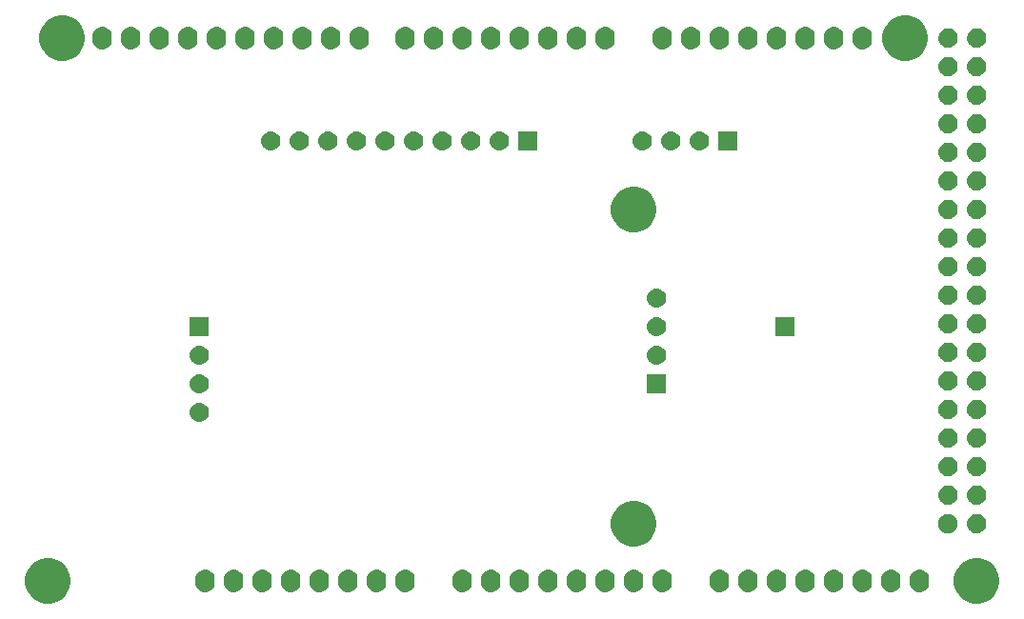
<source format=gbr>
G04 #@! TF.GenerationSoftware,KiCad,Pcbnew,5.0.2+dfsg1-1*
G04 #@! TF.CreationDate,2020-02-13T15:26:16-05:00*
G04 #@! TF.ProjectId,poolV1,706f6f6c-5631-42e6-9b69-6361645f7063,rev?*
G04 #@! TF.SameCoordinates,Original*
G04 #@! TF.FileFunction,Soldermask,Top*
G04 #@! TF.FilePolarity,Negative*
%FSLAX46Y46*%
G04 Gerber Fmt 4.6, Leading zero omitted, Abs format (unit mm)*
G04 Created by KiCad (PCBNEW 5.0.2+dfsg1-1) date Thu 13 Feb 2020 03:26:16 PM -05*
%MOMM*%
%LPD*%
G01*
G04 APERTURE LIST*
%ADD10C,0.100000*%
G04 APERTURE END LIST*
D10*
G36*
X200490712Y-117172088D02*
X200860510Y-117325263D01*
X200860513Y-117325265D01*
X201193325Y-117547643D01*
X201476357Y-117830675D01*
X201660204Y-118105822D01*
X201698737Y-118163490D01*
X201851912Y-118533288D01*
X201930000Y-118925864D01*
X201930000Y-119326136D01*
X201851912Y-119718712D01*
X201698737Y-120088510D01*
X201698735Y-120088513D01*
X201476357Y-120421325D01*
X201193325Y-120704357D01*
X200860513Y-120926735D01*
X200860510Y-120926737D01*
X200490712Y-121079912D01*
X200098136Y-121158000D01*
X199697864Y-121158000D01*
X199305288Y-121079912D01*
X198935490Y-120926737D01*
X198935487Y-120926735D01*
X198602675Y-120704357D01*
X198319643Y-120421325D01*
X198097265Y-120088513D01*
X198097263Y-120088510D01*
X197944088Y-119718712D01*
X197866000Y-119326136D01*
X197866000Y-118925864D01*
X197944088Y-118533288D01*
X198097263Y-118163490D01*
X198135796Y-118105822D01*
X198319643Y-117830675D01*
X198602675Y-117547643D01*
X198935487Y-117325265D01*
X198935490Y-117325263D01*
X199305288Y-117172088D01*
X199697864Y-117094000D01*
X200098136Y-117094000D01*
X200490712Y-117172088D01*
X200490712Y-117172088D01*
G37*
G36*
X117940712Y-117172088D02*
X118310510Y-117325263D01*
X118310513Y-117325265D01*
X118643325Y-117547643D01*
X118926357Y-117830675D01*
X119110204Y-118105822D01*
X119148737Y-118163490D01*
X119301912Y-118533288D01*
X119380000Y-118925864D01*
X119380000Y-119326136D01*
X119301912Y-119718712D01*
X119148737Y-120088510D01*
X119148735Y-120088513D01*
X118926357Y-120421325D01*
X118643325Y-120704357D01*
X118310513Y-120926735D01*
X118310510Y-120926737D01*
X117940712Y-121079912D01*
X117548136Y-121158000D01*
X117147864Y-121158000D01*
X116755288Y-121079912D01*
X116385490Y-120926737D01*
X116385487Y-120926735D01*
X116052675Y-120704357D01*
X115769643Y-120421325D01*
X115547265Y-120088513D01*
X115547263Y-120088510D01*
X115394088Y-119718712D01*
X115316000Y-119326136D01*
X115316000Y-118925864D01*
X115394088Y-118533288D01*
X115547263Y-118163490D01*
X115585796Y-118105822D01*
X115769643Y-117830675D01*
X116052675Y-117547643D01*
X116385487Y-117325265D01*
X116385490Y-117325263D01*
X116755288Y-117172088D01*
X117147864Y-117094000D01*
X117548136Y-117094000D01*
X117940712Y-117172088D01*
X117940712Y-117172088D01*
G37*
G36*
X156887294Y-118122496D02*
X157007726Y-118159029D01*
X157050087Y-118171879D01*
X157200112Y-118252068D01*
X157331612Y-118359988D01*
X157439532Y-118491488D01*
X157519721Y-118641512D01*
X157532571Y-118683873D01*
X157569104Y-118804305D01*
X157569104Y-118804307D01*
X157581600Y-118931179D01*
X157581600Y-119320820D01*
X157581076Y-119326136D01*
X157569104Y-119447694D01*
X157532571Y-119568128D01*
X157519721Y-119610488D01*
X157439532Y-119760512D01*
X157331612Y-119892012D01*
X157200112Y-119999932D01*
X157050088Y-120080121D01*
X157022433Y-120088510D01*
X156887295Y-120129504D01*
X156774432Y-120140620D01*
X156718001Y-120146178D01*
X156718000Y-120146178D01*
X156548706Y-120129504D01*
X156413568Y-120088510D01*
X156385913Y-120080121D01*
X156235889Y-119999932D01*
X156145946Y-119926117D01*
X156104388Y-119892012D01*
X155996469Y-119760512D01*
X155974127Y-119718713D01*
X155916279Y-119610488D01*
X155903429Y-119568127D01*
X155866896Y-119447695D01*
X155858565Y-119363112D01*
X155854400Y-119320821D01*
X155854400Y-118931180D01*
X155866896Y-118804308D01*
X155866896Y-118804306D01*
X155916278Y-118641517D01*
X155916279Y-118641513D01*
X155996468Y-118491488D01*
X156104388Y-118359988D01*
X156235888Y-118252068D01*
X156385912Y-118171879D01*
X156428273Y-118159029D01*
X156548705Y-118122496D01*
X156661568Y-118111380D01*
X156717999Y-118105822D01*
X156718000Y-118105822D01*
X156887294Y-118122496D01*
X156887294Y-118122496D01*
G37*
G36*
X164507294Y-118122496D02*
X164627726Y-118159029D01*
X164670087Y-118171879D01*
X164820112Y-118252068D01*
X164951612Y-118359988D01*
X165059532Y-118491488D01*
X165139721Y-118641512D01*
X165152571Y-118683873D01*
X165189104Y-118804305D01*
X165189104Y-118804307D01*
X165201600Y-118931179D01*
X165201600Y-119320820D01*
X165201076Y-119326136D01*
X165189104Y-119447694D01*
X165152571Y-119568128D01*
X165139721Y-119610488D01*
X165059532Y-119760512D01*
X164951612Y-119892012D01*
X164820112Y-119999932D01*
X164670088Y-120080121D01*
X164642433Y-120088510D01*
X164507295Y-120129504D01*
X164394432Y-120140620D01*
X164338001Y-120146178D01*
X164338000Y-120146178D01*
X164168706Y-120129504D01*
X164033568Y-120088510D01*
X164005913Y-120080121D01*
X163855889Y-119999932D01*
X163765946Y-119926117D01*
X163724388Y-119892012D01*
X163616469Y-119760512D01*
X163594127Y-119718713D01*
X163536279Y-119610488D01*
X163523429Y-119568127D01*
X163486896Y-119447695D01*
X163478565Y-119363112D01*
X163474400Y-119320821D01*
X163474400Y-118931180D01*
X163486896Y-118804308D01*
X163486896Y-118804306D01*
X163536278Y-118641517D01*
X163536279Y-118641513D01*
X163616468Y-118491488D01*
X163724388Y-118359988D01*
X163855888Y-118252068D01*
X164005912Y-118171879D01*
X164048273Y-118159029D01*
X164168705Y-118122496D01*
X164281568Y-118111380D01*
X164337999Y-118105822D01*
X164338000Y-118105822D01*
X164507294Y-118122496D01*
X164507294Y-118122496D01*
G37*
G36*
X131487294Y-118122496D02*
X131607726Y-118159029D01*
X131650087Y-118171879D01*
X131800112Y-118252068D01*
X131931612Y-118359988D01*
X132039532Y-118491488D01*
X132119721Y-118641512D01*
X132132571Y-118683873D01*
X132169104Y-118804305D01*
X132169104Y-118804307D01*
X132181600Y-118931179D01*
X132181600Y-119320820D01*
X132181076Y-119326136D01*
X132169104Y-119447694D01*
X132132571Y-119568128D01*
X132119721Y-119610488D01*
X132039532Y-119760512D01*
X131931612Y-119892012D01*
X131800112Y-119999932D01*
X131650088Y-120080121D01*
X131622433Y-120088510D01*
X131487295Y-120129504D01*
X131374432Y-120140620D01*
X131318001Y-120146178D01*
X131318000Y-120146178D01*
X131148706Y-120129504D01*
X131013568Y-120088510D01*
X130985913Y-120080121D01*
X130835889Y-119999932D01*
X130745946Y-119926117D01*
X130704388Y-119892012D01*
X130596469Y-119760512D01*
X130574127Y-119718713D01*
X130516279Y-119610488D01*
X130503429Y-119568127D01*
X130466896Y-119447695D01*
X130458565Y-119363112D01*
X130454400Y-119320821D01*
X130454400Y-118931180D01*
X130466896Y-118804308D01*
X130466896Y-118804306D01*
X130516278Y-118641517D01*
X130516279Y-118641513D01*
X130596468Y-118491488D01*
X130704388Y-118359988D01*
X130835888Y-118252068D01*
X130985912Y-118171879D01*
X131028273Y-118159029D01*
X131148705Y-118122496D01*
X131261568Y-118111380D01*
X131317999Y-118105822D01*
X131318000Y-118105822D01*
X131487294Y-118122496D01*
X131487294Y-118122496D01*
G37*
G36*
X134027294Y-118122496D02*
X134147726Y-118159029D01*
X134190087Y-118171879D01*
X134340112Y-118252068D01*
X134471612Y-118359988D01*
X134579532Y-118491488D01*
X134659721Y-118641512D01*
X134672571Y-118683873D01*
X134709104Y-118804305D01*
X134709104Y-118804307D01*
X134721600Y-118931179D01*
X134721600Y-119320820D01*
X134721076Y-119326136D01*
X134709104Y-119447694D01*
X134672571Y-119568128D01*
X134659721Y-119610488D01*
X134579532Y-119760512D01*
X134471612Y-119892012D01*
X134340112Y-119999932D01*
X134190088Y-120080121D01*
X134162433Y-120088510D01*
X134027295Y-120129504D01*
X133914432Y-120140620D01*
X133858001Y-120146178D01*
X133858000Y-120146178D01*
X133688706Y-120129504D01*
X133553568Y-120088510D01*
X133525913Y-120080121D01*
X133375889Y-119999932D01*
X133285946Y-119926117D01*
X133244388Y-119892012D01*
X133136469Y-119760512D01*
X133114127Y-119718713D01*
X133056279Y-119610488D01*
X133043429Y-119568127D01*
X133006896Y-119447695D01*
X132998565Y-119363112D01*
X132994400Y-119320821D01*
X132994400Y-118931180D01*
X133006896Y-118804308D01*
X133006896Y-118804306D01*
X133056278Y-118641517D01*
X133056279Y-118641513D01*
X133136468Y-118491488D01*
X133244388Y-118359988D01*
X133375888Y-118252068D01*
X133525912Y-118171879D01*
X133568273Y-118159029D01*
X133688705Y-118122496D01*
X133801568Y-118111380D01*
X133857999Y-118105822D01*
X133858000Y-118105822D01*
X134027294Y-118122496D01*
X134027294Y-118122496D01*
G37*
G36*
X136567294Y-118122496D02*
X136687726Y-118159029D01*
X136730087Y-118171879D01*
X136880112Y-118252068D01*
X137011612Y-118359988D01*
X137119532Y-118491488D01*
X137199721Y-118641512D01*
X137212571Y-118683873D01*
X137249104Y-118804305D01*
X137249104Y-118804307D01*
X137261600Y-118931179D01*
X137261600Y-119320820D01*
X137261076Y-119326136D01*
X137249104Y-119447694D01*
X137212571Y-119568128D01*
X137199721Y-119610488D01*
X137119532Y-119760512D01*
X137011612Y-119892012D01*
X136880112Y-119999932D01*
X136730088Y-120080121D01*
X136702433Y-120088510D01*
X136567295Y-120129504D01*
X136454432Y-120140620D01*
X136398001Y-120146178D01*
X136398000Y-120146178D01*
X136228706Y-120129504D01*
X136093568Y-120088510D01*
X136065913Y-120080121D01*
X135915889Y-119999932D01*
X135825946Y-119926117D01*
X135784388Y-119892012D01*
X135676469Y-119760512D01*
X135654127Y-119718713D01*
X135596279Y-119610488D01*
X135583429Y-119568127D01*
X135546896Y-119447695D01*
X135538565Y-119363112D01*
X135534400Y-119320821D01*
X135534400Y-118931180D01*
X135546896Y-118804308D01*
X135546896Y-118804306D01*
X135596278Y-118641517D01*
X135596279Y-118641513D01*
X135676468Y-118491488D01*
X135784388Y-118359988D01*
X135915888Y-118252068D01*
X136065912Y-118171879D01*
X136108273Y-118159029D01*
X136228705Y-118122496D01*
X136341568Y-118111380D01*
X136397999Y-118105822D01*
X136398000Y-118105822D01*
X136567294Y-118122496D01*
X136567294Y-118122496D01*
G37*
G36*
X139107294Y-118122496D02*
X139227726Y-118159029D01*
X139270087Y-118171879D01*
X139420112Y-118252068D01*
X139551612Y-118359988D01*
X139659532Y-118491488D01*
X139739721Y-118641512D01*
X139752571Y-118683873D01*
X139789104Y-118804305D01*
X139789104Y-118804307D01*
X139801600Y-118931179D01*
X139801600Y-119320820D01*
X139801076Y-119326136D01*
X139789104Y-119447694D01*
X139752571Y-119568128D01*
X139739721Y-119610488D01*
X139659532Y-119760512D01*
X139551612Y-119892012D01*
X139420112Y-119999932D01*
X139270088Y-120080121D01*
X139242433Y-120088510D01*
X139107295Y-120129504D01*
X138994432Y-120140620D01*
X138938001Y-120146178D01*
X138938000Y-120146178D01*
X138768706Y-120129504D01*
X138633568Y-120088510D01*
X138605913Y-120080121D01*
X138455889Y-119999932D01*
X138365946Y-119926117D01*
X138324388Y-119892012D01*
X138216469Y-119760512D01*
X138194127Y-119718713D01*
X138136279Y-119610488D01*
X138123429Y-119568127D01*
X138086896Y-119447695D01*
X138078565Y-119363112D01*
X138074400Y-119320821D01*
X138074400Y-118931180D01*
X138086896Y-118804308D01*
X138086896Y-118804306D01*
X138136278Y-118641517D01*
X138136279Y-118641513D01*
X138216468Y-118491488D01*
X138324388Y-118359988D01*
X138455888Y-118252068D01*
X138605912Y-118171879D01*
X138648273Y-118159029D01*
X138768705Y-118122496D01*
X138881568Y-118111380D01*
X138937999Y-118105822D01*
X138938000Y-118105822D01*
X139107294Y-118122496D01*
X139107294Y-118122496D01*
G37*
G36*
X141647294Y-118122496D02*
X141767726Y-118159029D01*
X141810087Y-118171879D01*
X141960112Y-118252068D01*
X142091612Y-118359988D01*
X142199532Y-118491488D01*
X142279721Y-118641512D01*
X142292571Y-118683873D01*
X142329104Y-118804305D01*
X142329104Y-118804307D01*
X142341600Y-118931179D01*
X142341600Y-119320820D01*
X142341076Y-119326136D01*
X142329104Y-119447694D01*
X142292571Y-119568128D01*
X142279721Y-119610488D01*
X142199532Y-119760512D01*
X142091612Y-119892012D01*
X141960112Y-119999932D01*
X141810088Y-120080121D01*
X141782433Y-120088510D01*
X141647295Y-120129504D01*
X141534432Y-120140620D01*
X141478001Y-120146178D01*
X141478000Y-120146178D01*
X141308706Y-120129504D01*
X141173568Y-120088510D01*
X141145913Y-120080121D01*
X140995889Y-119999932D01*
X140905946Y-119926117D01*
X140864388Y-119892012D01*
X140756469Y-119760512D01*
X140734127Y-119718713D01*
X140676279Y-119610488D01*
X140663429Y-119568127D01*
X140626896Y-119447695D01*
X140618565Y-119363112D01*
X140614400Y-119320821D01*
X140614400Y-118931180D01*
X140626896Y-118804308D01*
X140626896Y-118804306D01*
X140676278Y-118641517D01*
X140676279Y-118641513D01*
X140756468Y-118491488D01*
X140864388Y-118359988D01*
X140995888Y-118252068D01*
X141145912Y-118171879D01*
X141188273Y-118159029D01*
X141308705Y-118122496D01*
X141421568Y-118111380D01*
X141477999Y-118105822D01*
X141478000Y-118105822D01*
X141647294Y-118122496D01*
X141647294Y-118122496D01*
G37*
G36*
X144187294Y-118122496D02*
X144307726Y-118159029D01*
X144350087Y-118171879D01*
X144500112Y-118252068D01*
X144631612Y-118359988D01*
X144739532Y-118491488D01*
X144819721Y-118641512D01*
X144832571Y-118683873D01*
X144869104Y-118804305D01*
X144869104Y-118804307D01*
X144881600Y-118931179D01*
X144881600Y-119320820D01*
X144881076Y-119326136D01*
X144869104Y-119447694D01*
X144832571Y-119568128D01*
X144819721Y-119610488D01*
X144739532Y-119760512D01*
X144631612Y-119892012D01*
X144500112Y-119999932D01*
X144350088Y-120080121D01*
X144322433Y-120088510D01*
X144187295Y-120129504D01*
X144074432Y-120140620D01*
X144018001Y-120146178D01*
X144018000Y-120146178D01*
X143848706Y-120129504D01*
X143713568Y-120088510D01*
X143685913Y-120080121D01*
X143535889Y-119999932D01*
X143445946Y-119926117D01*
X143404388Y-119892012D01*
X143296469Y-119760512D01*
X143274127Y-119718713D01*
X143216279Y-119610488D01*
X143203429Y-119568127D01*
X143166896Y-119447695D01*
X143158565Y-119363112D01*
X143154400Y-119320821D01*
X143154400Y-118931180D01*
X143166896Y-118804308D01*
X143166896Y-118804306D01*
X143216278Y-118641517D01*
X143216279Y-118641513D01*
X143296468Y-118491488D01*
X143404388Y-118359988D01*
X143535888Y-118252068D01*
X143685912Y-118171879D01*
X143728273Y-118159029D01*
X143848705Y-118122496D01*
X143961568Y-118111380D01*
X144017999Y-118105822D01*
X144018000Y-118105822D01*
X144187294Y-118122496D01*
X144187294Y-118122496D01*
G37*
G36*
X146727294Y-118122496D02*
X146847726Y-118159029D01*
X146890087Y-118171879D01*
X147040112Y-118252068D01*
X147171612Y-118359988D01*
X147279532Y-118491488D01*
X147359721Y-118641512D01*
X147372571Y-118683873D01*
X147409104Y-118804305D01*
X147409104Y-118804307D01*
X147421600Y-118931179D01*
X147421600Y-119320820D01*
X147421076Y-119326136D01*
X147409104Y-119447694D01*
X147372571Y-119568128D01*
X147359721Y-119610488D01*
X147279532Y-119760512D01*
X147171612Y-119892012D01*
X147040112Y-119999932D01*
X146890088Y-120080121D01*
X146862433Y-120088510D01*
X146727295Y-120129504D01*
X146614432Y-120140620D01*
X146558001Y-120146178D01*
X146558000Y-120146178D01*
X146388706Y-120129504D01*
X146253568Y-120088510D01*
X146225913Y-120080121D01*
X146075889Y-119999932D01*
X145985946Y-119926117D01*
X145944388Y-119892012D01*
X145836469Y-119760512D01*
X145814127Y-119718713D01*
X145756279Y-119610488D01*
X145743429Y-119568127D01*
X145706896Y-119447695D01*
X145698565Y-119363112D01*
X145694400Y-119320821D01*
X145694400Y-118931180D01*
X145706896Y-118804308D01*
X145706896Y-118804306D01*
X145756278Y-118641517D01*
X145756279Y-118641513D01*
X145836468Y-118491488D01*
X145944388Y-118359988D01*
X146075888Y-118252068D01*
X146225912Y-118171879D01*
X146268273Y-118159029D01*
X146388705Y-118122496D01*
X146501568Y-118111380D01*
X146557999Y-118105822D01*
X146558000Y-118105822D01*
X146727294Y-118122496D01*
X146727294Y-118122496D01*
G37*
G36*
X149267294Y-118122496D02*
X149387726Y-118159029D01*
X149430087Y-118171879D01*
X149580112Y-118252068D01*
X149711612Y-118359988D01*
X149819532Y-118491488D01*
X149899721Y-118641512D01*
X149912571Y-118683873D01*
X149949104Y-118804305D01*
X149949104Y-118804307D01*
X149961600Y-118931179D01*
X149961600Y-119320820D01*
X149961076Y-119326136D01*
X149949104Y-119447694D01*
X149912571Y-119568128D01*
X149899721Y-119610488D01*
X149819532Y-119760512D01*
X149711612Y-119892012D01*
X149580112Y-119999932D01*
X149430088Y-120080121D01*
X149402433Y-120088510D01*
X149267295Y-120129504D01*
X149154432Y-120140620D01*
X149098001Y-120146178D01*
X149098000Y-120146178D01*
X148928706Y-120129504D01*
X148793568Y-120088510D01*
X148765913Y-120080121D01*
X148615889Y-119999932D01*
X148525946Y-119926117D01*
X148484388Y-119892012D01*
X148376469Y-119760512D01*
X148354127Y-119718713D01*
X148296279Y-119610488D01*
X148283429Y-119568127D01*
X148246896Y-119447695D01*
X148238565Y-119363112D01*
X148234400Y-119320821D01*
X148234400Y-118931180D01*
X148246896Y-118804308D01*
X148246896Y-118804306D01*
X148296278Y-118641517D01*
X148296279Y-118641513D01*
X148376468Y-118491488D01*
X148484388Y-118359988D01*
X148615888Y-118252068D01*
X148765912Y-118171879D01*
X148808273Y-118159029D01*
X148928705Y-118122496D01*
X149041568Y-118111380D01*
X149097999Y-118105822D01*
X149098000Y-118105822D01*
X149267294Y-118122496D01*
X149267294Y-118122496D01*
G37*
G36*
X154347294Y-118122496D02*
X154467726Y-118159029D01*
X154510087Y-118171879D01*
X154660112Y-118252068D01*
X154791612Y-118359988D01*
X154899532Y-118491488D01*
X154979721Y-118641512D01*
X154992571Y-118683873D01*
X155029104Y-118804305D01*
X155029104Y-118804307D01*
X155041600Y-118931179D01*
X155041600Y-119320820D01*
X155041076Y-119326136D01*
X155029104Y-119447694D01*
X154992571Y-119568128D01*
X154979721Y-119610488D01*
X154899532Y-119760512D01*
X154791612Y-119892012D01*
X154660112Y-119999932D01*
X154510088Y-120080121D01*
X154482433Y-120088510D01*
X154347295Y-120129504D01*
X154234432Y-120140620D01*
X154178001Y-120146178D01*
X154178000Y-120146178D01*
X154008706Y-120129504D01*
X153873568Y-120088510D01*
X153845913Y-120080121D01*
X153695889Y-119999932D01*
X153605946Y-119926117D01*
X153564388Y-119892012D01*
X153456469Y-119760512D01*
X153434127Y-119718713D01*
X153376279Y-119610488D01*
X153363429Y-119568127D01*
X153326896Y-119447695D01*
X153318565Y-119363112D01*
X153314400Y-119320821D01*
X153314400Y-118931180D01*
X153326896Y-118804308D01*
X153326896Y-118804306D01*
X153376278Y-118641517D01*
X153376279Y-118641513D01*
X153456468Y-118491488D01*
X153564388Y-118359988D01*
X153695888Y-118252068D01*
X153845912Y-118171879D01*
X153888273Y-118159029D01*
X154008705Y-118122496D01*
X154121568Y-118111380D01*
X154177999Y-118105822D01*
X154178000Y-118105822D01*
X154347294Y-118122496D01*
X154347294Y-118122496D01*
G37*
G36*
X159427294Y-118122496D02*
X159547726Y-118159029D01*
X159590087Y-118171879D01*
X159740112Y-118252068D01*
X159871612Y-118359988D01*
X159979532Y-118491488D01*
X160059721Y-118641512D01*
X160072571Y-118683873D01*
X160109104Y-118804305D01*
X160109104Y-118804307D01*
X160121600Y-118931179D01*
X160121600Y-119320820D01*
X160121076Y-119326136D01*
X160109104Y-119447694D01*
X160072571Y-119568128D01*
X160059721Y-119610488D01*
X159979532Y-119760512D01*
X159871612Y-119892012D01*
X159740112Y-119999932D01*
X159590088Y-120080121D01*
X159562433Y-120088510D01*
X159427295Y-120129504D01*
X159314432Y-120140620D01*
X159258001Y-120146178D01*
X159258000Y-120146178D01*
X159088706Y-120129504D01*
X158953568Y-120088510D01*
X158925913Y-120080121D01*
X158775889Y-119999932D01*
X158685946Y-119926117D01*
X158644388Y-119892012D01*
X158536469Y-119760512D01*
X158514127Y-119718713D01*
X158456279Y-119610488D01*
X158443429Y-119568127D01*
X158406896Y-119447695D01*
X158398565Y-119363112D01*
X158394400Y-119320821D01*
X158394400Y-118931180D01*
X158406896Y-118804308D01*
X158406896Y-118804306D01*
X158456278Y-118641517D01*
X158456279Y-118641513D01*
X158536468Y-118491488D01*
X158644388Y-118359988D01*
X158775888Y-118252068D01*
X158925912Y-118171879D01*
X158968273Y-118159029D01*
X159088705Y-118122496D01*
X159201568Y-118111380D01*
X159257999Y-118105822D01*
X159258000Y-118105822D01*
X159427294Y-118122496D01*
X159427294Y-118122496D01*
G37*
G36*
X161967294Y-118122496D02*
X162087726Y-118159029D01*
X162130087Y-118171879D01*
X162280112Y-118252068D01*
X162411612Y-118359988D01*
X162519532Y-118491488D01*
X162599721Y-118641512D01*
X162612571Y-118683873D01*
X162649104Y-118804305D01*
X162649104Y-118804307D01*
X162661600Y-118931179D01*
X162661600Y-119320820D01*
X162661076Y-119326136D01*
X162649104Y-119447694D01*
X162612571Y-119568128D01*
X162599721Y-119610488D01*
X162519532Y-119760512D01*
X162411612Y-119892012D01*
X162280112Y-119999932D01*
X162130088Y-120080121D01*
X162102433Y-120088510D01*
X161967295Y-120129504D01*
X161854432Y-120140620D01*
X161798001Y-120146178D01*
X161798000Y-120146178D01*
X161628706Y-120129504D01*
X161493568Y-120088510D01*
X161465913Y-120080121D01*
X161315889Y-119999932D01*
X161225946Y-119926117D01*
X161184388Y-119892012D01*
X161076469Y-119760512D01*
X161054127Y-119718713D01*
X160996279Y-119610488D01*
X160983429Y-119568127D01*
X160946896Y-119447695D01*
X160938565Y-119363112D01*
X160934400Y-119320821D01*
X160934400Y-118931180D01*
X160946896Y-118804308D01*
X160946896Y-118804306D01*
X160996278Y-118641517D01*
X160996279Y-118641513D01*
X161076468Y-118491488D01*
X161184388Y-118359988D01*
X161315888Y-118252068D01*
X161465912Y-118171879D01*
X161508273Y-118159029D01*
X161628705Y-118122496D01*
X161741568Y-118111380D01*
X161797999Y-118105822D01*
X161798000Y-118105822D01*
X161967294Y-118122496D01*
X161967294Y-118122496D01*
G37*
G36*
X167047294Y-118122496D02*
X167167726Y-118159029D01*
X167210087Y-118171879D01*
X167360112Y-118252068D01*
X167491612Y-118359988D01*
X167599532Y-118491488D01*
X167679721Y-118641512D01*
X167692571Y-118683873D01*
X167729104Y-118804305D01*
X167729104Y-118804307D01*
X167741600Y-118931179D01*
X167741600Y-119320820D01*
X167741076Y-119326136D01*
X167729104Y-119447694D01*
X167692571Y-119568128D01*
X167679721Y-119610488D01*
X167599532Y-119760512D01*
X167491612Y-119892012D01*
X167360112Y-119999932D01*
X167210088Y-120080121D01*
X167182433Y-120088510D01*
X167047295Y-120129504D01*
X166934432Y-120140620D01*
X166878001Y-120146178D01*
X166878000Y-120146178D01*
X166708706Y-120129504D01*
X166573568Y-120088510D01*
X166545913Y-120080121D01*
X166395889Y-119999932D01*
X166305946Y-119926117D01*
X166264388Y-119892012D01*
X166156469Y-119760512D01*
X166134127Y-119718713D01*
X166076279Y-119610488D01*
X166063429Y-119568127D01*
X166026896Y-119447695D01*
X166018565Y-119363112D01*
X166014400Y-119320821D01*
X166014400Y-118931180D01*
X166026896Y-118804308D01*
X166026896Y-118804306D01*
X166076278Y-118641517D01*
X166076279Y-118641513D01*
X166156468Y-118491488D01*
X166264388Y-118359988D01*
X166395888Y-118252068D01*
X166545912Y-118171879D01*
X166588273Y-118159029D01*
X166708705Y-118122496D01*
X166821568Y-118111380D01*
X166877999Y-118105822D01*
X166878000Y-118105822D01*
X167047294Y-118122496D01*
X167047294Y-118122496D01*
G37*
G36*
X169587294Y-118122496D02*
X169707726Y-118159029D01*
X169750087Y-118171879D01*
X169900112Y-118252068D01*
X170031612Y-118359988D01*
X170139532Y-118491488D01*
X170219721Y-118641512D01*
X170232571Y-118683873D01*
X170269104Y-118804305D01*
X170269104Y-118804307D01*
X170281600Y-118931179D01*
X170281600Y-119320820D01*
X170281076Y-119326136D01*
X170269104Y-119447694D01*
X170232571Y-119568128D01*
X170219721Y-119610488D01*
X170139532Y-119760512D01*
X170031612Y-119892012D01*
X169900112Y-119999932D01*
X169750088Y-120080121D01*
X169722433Y-120088510D01*
X169587295Y-120129504D01*
X169474432Y-120140620D01*
X169418001Y-120146178D01*
X169418000Y-120146178D01*
X169248706Y-120129504D01*
X169113568Y-120088510D01*
X169085913Y-120080121D01*
X168935889Y-119999932D01*
X168845946Y-119926117D01*
X168804388Y-119892012D01*
X168696469Y-119760512D01*
X168674127Y-119718713D01*
X168616279Y-119610488D01*
X168603429Y-119568127D01*
X168566896Y-119447695D01*
X168558565Y-119363112D01*
X168554400Y-119320821D01*
X168554400Y-118931180D01*
X168566896Y-118804308D01*
X168566896Y-118804306D01*
X168616278Y-118641517D01*
X168616279Y-118641513D01*
X168696468Y-118491488D01*
X168804388Y-118359988D01*
X168935888Y-118252068D01*
X169085912Y-118171879D01*
X169128273Y-118159029D01*
X169248705Y-118122496D01*
X169361568Y-118111380D01*
X169417999Y-118105822D01*
X169418000Y-118105822D01*
X169587294Y-118122496D01*
X169587294Y-118122496D01*
G37*
G36*
X172127294Y-118122496D02*
X172247726Y-118159029D01*
X172290087Y-118171879D01*
X172440112Y-118252068D01*
X172571612Y-118359988D01*
X172679532Y-118491488D01*
X172759721Y-118641512D01*
X172772571Y-118683873D01*
X172809104Y-118804305D01*
X172809104Y-118804307D01*
X172821600Y-118931179D01*
X172821600Y-119320820D01*
X172821076Y-119326136D01*
X172809104Y-119447694D01*
X172772571Y-119568128D01*
X172759721Y-119610488D01*
X172679532Y-119760512D01*
X172571612Y-119892012D01*
X172440112Y-119999932D01*
X172290088Y-120080121D01*
X172262433Y-120088510D01*
X172127295Y-120129504D01*
X172014432Y-120140620D01*
X171958001Y-120146178D01*
X171958000Y-120146178D01*
X171788706Y-120129504D01*
X171653568Y-120088510D01*
X171625913Y-120080121D01*
X171475889Y-119999932D01*
X171385946Y-119926117D01*
X171344388Y-119892012D01*
X171236469Y-119760512D01*
X171214127Y-119718713D01*
X171156279Y-119610488D01*
X171143429Y-119568127D01*
X171106896Y-119447695D01*
X171098565Y-119363112D01*
X171094400Y-119320821D01*
X171094400Y-118931180D01*
X171106896Y-118804308D01*
X171106896Y-118804306D01*
X171156278Y-118641517D01*
X171156279Y-118641513D01*
X171236468Y-118491488D01*
X171344388Y-118359988D01*
X171475888Y-118252068D01*
X171625912Y-118171879D01*
X171668273Y-118159029D01*
X171788705Y-118122496D01*
X171901568Y-118111380D01*
X171957999Y-118105822D01*
X171958000Y-118105822D01*
X172127294Y-118122496D01*
X172127294Y-118122496D01*
G37*
G36*
X177207294Y-118122496D02*
X177327726Y-118159029D01*
X177370087Y-118171879D01*
X177520112Y-118252068D01*
X177651612Y-118359988D01*
X177759532Y-118491488D01*
X177839721Y-118641512D01*
X177852571Y-118683873D01*
X177889104Y-118804305D01*
X177889104Y-118804307D01*
X177901600Y-118931179D01*
X177901600Y-119320820D01*
X177901076Y-119326136D01*
X177889104Y-119447694D01*
X177852571Y-119568128D01*
X177839721Y-119610488D01*
X177759532Y-119760512D01*
X177651612Y-119892012D01*
X177520112Y-119999932D01*
X177370088Y-120080121D01*
X177342433Y-120088510D01*
X177207295Y-120129504D01*
X177094432Y-120140620D01*
X177038001Y-120146178D01*
X177038000Y-120146178D01*
X176868706Y-120129504D01*
X176733568Y-120088510D01*
X176705913Y-120080121D01*
X176555889Y-119999932D01*
X176465946Y-119926117D01*
X176424388Y-119892012D01*
X176316469Y-119760512D01*
X176294127Y-119718713D01*
X176236279Y-119610488D01*
X176223429Y-119568127D01*
X176186896Y-119447695D01*
X176178565Y-119363112D01*
X176174400Y-119320821D01*
X176174400Y-118931180D01*
X176186896Y-118804308D01*
X176186896Y-118804306D01*
X176236278Y-118641517D01*
X176236279Y-118641513D01*
X176316468Y-118491488D01*
X176424388Y-118359988D01*
X176555888Y-118252068D01*
X176705912Y-118171879D01*
X176748273Y-118159029D01*
X176868705Y-118122496D01*
X176981568Y-118111380D01*
X177037999Y-118105822D01*
X177038000Y-118105822D01*
X177207294Y-118122496D01*
X177207294Y-118122496D01*
G37*
G36*
X179747294Y-118122496D02*
X179867726Y-118159029D01*
X179910087Y-118171879D01*
X180060112Y-118252068D01*
X180191612Y-118359988D01*
X180299532Y-118491488D01*
X180379721Y-118641512D01*
X180392571Y-118683873D01*
X180429104Y-118804305D01*
X180429104Y-118804307D01*
X180441600Y-118931179D01*
X180441600Y-119320820D01*
X180441076Y-119326136D01*
X180429104Y-119447694D01*
X180392571Y-119568128D01*
X180379721Y-119610488D01*
X180299532Y-119760512D01*
X180191612Y-119892012D01*
X180060112Y-119999932D01*
X179910088Y-120080121D01*
X179882433Y-120088510D01*
X179747295Y-120129504D01*
X179634432Y-120140620D01*
X179578001Y-120146178D01*
X179578000Y-120146178D01*
X179408706Y-120129504D01*
X179273568Y-120088510D01*
X179245913Y-120080121D01*
X179095889Y-119999932D01*
X179005946Y-119926117D01*
X178964388Y-119892012D01*
X178856469Y-119760512D01*
X178834127Y-119718713D01*
X178776279Y-119610488D01*
X178763429Y-119568127D01*
X178726896Y-119447695D01*
X178718565Y-119363112D01*
X178714400Y-119320821D01*
X178714400Y-118931180D01*
X178726896Y-118804308D01*
X178726896Y-118804306D01*
X178776278Y-118641517D01*
X178776279Y-118641513D01*
X178856468Y-118491488D01*
X178964388Y-118359988D01*
X179095888Y-118252068D01*
X179245912Y-118171879D01*
X179288273Y-118159029D01*
X179408705Y-118122496D01*
X179521568Y-118111380D01*
X179577999Y-118105822D01*
X179578000Y-118105822D01*
X179747294Y-118122496D01*
X179747294Y-118122496D01*
G37*
G36*
X182287294Y-118122496D02*
X182407726Y-118159029D01*
X182450087Y-118171879D01*
X182600112Y-118252068D01*
X182731612Y-118359988D01*
X182839532Y-118491488D01*
X182919721Y-118641512D01*
X182932571Y-118683873D01*
X182969104Y-118804305D01*
X182969104Y-118804307D01*
X182981600Y-118931179D01*
X182981600Y-119320820D01*
X182981076Y-119326136D01*
X182969104Y-119447694D01*
X182932571Y-119568128D01*
X182919721Y-119610488D01*
X182839532Y-119760512D01*
X182731612Y-119892012D01*
X182600112Y-119999932D01*
X182450088Y-120080121D01*
X182422433Y-120088510D01*
X182287295Y-120129504D01*
X182174432Y-120140620D01*
X182118001Y-120146178D01*
X182118000Y-120146178D01*
X181948706Y-120129504D01*
X181813568Y-120088510D01*
X181785913Y-120080121D01*
X181635889Y-119999932D01*
X181545946Y-119926117D01*
X181504388Y-119892012D01*
X181396469Y-119760512D01*
X181374127Y-119718713D01*
X181316279Y-119610488D01*
X181303429Y-119568127D01*
X181266896Y-119447695D01*
X181258565Y-119363112D01*
X181254400Y-119320821D01*
X181254400Y-118931180D01*
X181266896Y-118804308D01*
X181266896Y-118804306D01*
X181316278Y-118641517D01*
X181316279Y-118641513D01*
X181396468Y-118491488D01*
X181504388Y-118359988D01*
X181635888Y-118252068D01*
X181785912Y-118171879D01*
X181828273Y-118159029D01*
X181948705Y-118122496D01*
X182061568Y-118111380D01*
X182117999Y-118105822D01*
X182118000Y-118105822D01*
X182287294Y-118122496D01*
X182287294Y-118122496D01*
G37*
G36*
X184827294Y-118122496D02*
X184947726Y-118159029D01*
X184990087Y-118171879D01*
X185140112Y-118252068D01*
X185271612Y-118359988D01*
X185379532Y-118491488D01*
X185459721Y-118641512D01*
X185472571Y-118683873D01*
X185509104Y-118804305D01*
X185509104Y-118804307D01*
X185521600Y-118931179D01*
X185521600Y-119320820D01*
X185521076Y-119326136D01*
X185509104Y-119447694D01*
X185472571Y-119568128D01*
X185459721Y-119610488D01*
X185379532Y-119760512D01*
X185271612Y-119892012D01*
X185140112Y-119999932D01*
X184990088Y-120080121D01*
X184962433Y-120088510D01*
X184827295Y-120129504D01*
X184714432Y-120140620D01*
X184658001Y-120146178D01*
X184658000Y-120146178D01*
X184488706Y-120129504D01*
X184353568Y-120088510D01*
X184325913Y-120080121D01*
X184175889Y-119999932D01*
X184085946Y-119926117D01*
X184044388Y-119892012D01*
X183936469Y-119760512D01*
X183914127Y-119718713D01*
X183856279Y-119610488D01*
X183843429Y-119568127D01*
X183806896Y-119447695D01*
X183798565Y-119363112D01*
X183794400Y-119320821D01*
X183794400Y-118931180D01*
X183806896Y-118804308D01*
X183806896Y-118804306D01*
X183856278Y-118641517D01*
X183856279Y-118641513D01*
X183936468Y-118491488D01*
X184044388Y-118359988D01*
X184175888Y-118252068D01*
X184325912Y-118171879D01*
X184368273Y-118159029D01*
X184488705Y-118122496D01*
X184601568Y-118111380D01*
X184657999Y-118105822D01*
X184658000Y-118105822D01*
X184827294Y-118122496D01*
X184827294Y-118122496D01*
G37*
G36*
X187367294Y-118122496D02*
X187487726Y-118159029D01*
X187530087Y-118171879D01*
X187680112Y-118252068D01*
X187811612Y-118359988D01*
X187919532Y-118491488D01*
X187999721Y-118641512D01*
X188012571Y-118683873D01*
X188049104Y-118804305D01*
X188049104Y-118804307D01*
X188061600Y-118931179D01*
X188061600Y-119320820D01*
X188061076Y-119326136D01*
X188049104Y-119447694D01*
X188012571Y-119568128D01*
X187999721Y-119610488D01*
X187919532Y-119760512D01*
X187811612Y-119892012D01*
X187680112Y-119999932D01*
X187530088Y-120080121D01*
X187502433Y-120088510D01*
X187367295Y-120129504D01*
X187254432Y-120140620D01*
X187198001Y-120146178D01*
X187198000Y-120146178D01*
X187028706Y-120129504D01*
X186893568Y-120088510D01*
X186865913Y-120080121D01*
X186715889Y-119999932D01*
X186625946Y-119926117D01*
X186584388Y-119892012D01*
X186476469Y-119760512D01*
X186454127Y-119718713D01*
X186396279Y-119610488D01*
X186383429Y-119568127D01*
X186346896Y-119447695D01*
X186338565Y-119363112D01*
X186334400Y-119320821D01*
X186334400Y-118931180D01*
X186346896Y-118804308D01*
X186346896Y-118804306D01*
X186396278Y-118641517D01*
X186396279Y-118641513D01*
X186476468Y-118491488D01*
X186584388Y-118359988D01*
X186715888Y-118252068D01*
X186865912Y-118171879D01*
X186908273Y-118159029D01*
X187028705Y-118122496D01*
X187141568Y-118111380D01*
X187197999Y-118105822D01*
X187198000Y-118105822D01*
X187367294Y-118122496D01*
X187367294Y-118122496D01*
G37*
G36*
X189907294Y-118122496D02*
X190027726Y-118159029D01*
X190070087Y-118171879D01*
X190220112Y-118252068D01*
X190351612Y-118359988D01*
X190459532Y-118491488D01*
X190539721Y-118641512D01*
X190552571Y-118683873D01*
X190589104Y-118804305D01*
X190589104Y-118804307D01*
X190601600Y-118931179D01*
X190601600Y-119320820D01*
X190601076Y-119326136D01*
X190589104Y-119447694D01*
X190552571Y-119568128D01*
X190539721Y-119610488D01*
X190459532Y-119760512D01*
X190351612Y-119892012D01*
X190220112Y-119999932D01*
X190070088Y-120080121D01*
X190042433Y-120088510D01*
X189907295Y-120129504D01*
X189794432Y-120140620D01*
X189738001Y-120146178D01*
X189738000Y-120146178D01*
X189568706Y-120129504D01*
X189433568Y-120088510D01*
X189405913Y-120080121D01*
X189255889Y-119999932D01*
X189165946Y-119926117D01*
X189124388Y-119892012D01*
X189016469Y-119760512D01*
X188994127Y-119718713D01*
X188936279Y-119610488D01*
X188923429Y-119568127D01*
X188886896Y-119447695D01*
X188878565Y-119363112D01*
X188874400Y-119320821D01*
X188874400Y-118931180D01*
X188886896Y-118804308D01*
X188886896Y-118804306D01*
X188936278Y-118641517D01*
X188936279Y-118641513D01*
X189016468Y-118491488D01*
X189124388Y-118359988D01*
X189255888Y-118252068D01*
X189405912Y-118171879D01*
X189448273Y-118159029D01*
X189568705Y-118122496D01*
X189681568Y-118111380D01*
X189737999Y-118105822D01*
X189738000Y-118105822D01*
X189907294Y-118122496D01*
X189907294Y-118122496D01*
G37*
G36*
X192447294Y-118122496D02*
X192567726Y-118159029D01*
X192610087Y-118171879D01*
X192760112Y-118252068D01*
X192891612Y-118359988D01*
X192999532Y-118491488D01*
X193079721Y-118641512D01*
X193092571Y-118683873D01*
X193129104Y-118804305D01*
X193129104Y-118804307D01*
X193141600Y-118931179D01*
X193141600Y-119320820D01*
X193141076Y-119326136D01*
X193129104Y-119447694D01*
X193092571Y-119568128D01*
X193079721Y-119610488D01*
X192999532Y-119760512D01*
X192891612Y-119892012D01*
X192760112Y-119999932D01*
X192610088Y-120080121D01*
X192582433Y-120088510D01*
X192447295Y-120129504D01*
X192334432Y-120140620D01*
X192278001Y-120146178D01*
X192278000Y-120146178D01*
X192108706Y-120129504D01*
X191973568Y-120088510D01*
X191945913Y-120080121D01*
X191795889Y-119999932D01*
X191705946Y-119926117D01*
X191664388Y-119892012D01*
X191556469Y-119760512D01*
X191534127Y-119718713D01*
X191476279Y-119610488D01*
X191463429Y-119568127D01*
X191426896Y-119447695D01*
X191418565Y-119363112D01*
X191414400Y-119320821D01*
X191414400Y-118931180D01*
X191426896Y-118804308D01*
X191426896Y-118804306D01*
X191476278Y-118641517D01*
X191476279Y-118641513D01*
X191556468Y-118491488D01*
X191664388Y-118359988D01*
X191795888Y-118252068D01*
X191945912Y-118171879D01*
X191988273Y-118159029D01*
X192108705Y-118122496D01*
X192221568Y-118111380D01*
X192277999Y-118105822D01*
X192278000Y-118105822D01*
X192447294Y-118122496D01*
X192447294Y-118122496D01*
G37*
G36*
X194987294Y-118122496D02*
X195107726Y-118159029D01*
X195150087Y-118171879D01*
X195300112Y-118252068D01*
X195431612Y-118359988D01*
X195539532Y-118491488D01*
X195619721Y-118641512D01*
X195632571Y-118683873D01*
X195669104Y-118804305D01*
X195669104Y-118804307D01*
X195681600Y-118931179D01*
X195681600Y-119320820D01*
X195681076Y-119326136D01*
X195669104Y-119447694D01*
X195632571Y-119568128D01*
X195619721Y-119610488D01*
X195539532Y-119760512D01*
X195431612Y-119892012D01*
X195300112Y-119999932D01*
X195150088Y-120080121D01*
X195122433Y-120088510D01*
X194987295Y-120129504D01*
X194874432Y-120140620D01*
X194818001Y-120146178D01*
X194818000Y-120146178D01*
X194648706Y-120129504D01*
X194513568Y-120088510D01*
X194485913Y-120080121D01*
X194335889Y-119999932D01*
X194245946Y-119926117D01*
X194204388Y-119892012D01*
X194096469Y-119760512D01*
X194074127Y-119718713D01*
X194016279Y-119610488D01*
X194003429Y-119568127D01*
X193966896Y-119447695D01*
X193958565Y-119363112D01*
X193954400Y-119320821D01*
X193954400Y-118931180D01*
X193966896Y-118804308D01*
X193966896Y-118804306D01*
X194016278Y-118641517D01*
X194016279Y-118641513D01*
X194096468Y-118491488D01*
X194204388Y-118359988D01*
X194335888Y-118252068D01*
X194485912Y-118171879D01*
X194528273Y-118159029D01*
X194648705Y-118122496D01*
X194761568Y-118111380D01*
X194817999Y-118105822D01*
X194818000Y-118105822D01*
X194987294Y-118122496D01*
X194987294Y-118122496D01*
G37*
G36*
X170010712Y-112092088D02*
X170380510Y-112245263D01*
X170380513Y-112245265D01*
X170713325Y-112467643D01*
X170996357Y-112750675D01*
X171218735Y-113083487D01*
X171218737Y-113083490D01*
X171371912Y-113453288D01*
X171450000Y-113845864D01*
X171450000Y-114246136D01*
X171371912Y-114638712D01*
X171218737Y-115008510D01*
X171218735Y-115008513D01*
X170996357Y-115341325D01*
X170713325Y-115624357D01*
X170380513Y-115846735D01*
X170380510Y-115846737D01*
X170010712Y-115999912D01*
X169618136Y-116078000D01*
X169217864Y-116078000D01*
X168825288Y-115999912D01*
X168455490Y-115846737D01*
X168455487Y-115846735D01*
X168122675Y-115624357D01*
X167839643Y-115341325D01*
X167617265Y-115008513D01*
X167617263Y-115008510D01*
X167464088Y-114638712D01*
X167386000Y-114246136D01*
X167386000Y-113845864D01*
X167464088Y-113453288D01*
X167617263Y-113083490D01*
X167617265Y-113083487D01*
X167839643Y-112750675D01*
X168122675Y-112467643D01*
X168455487Y-112245265D01*
X168455490Y-112245263D01*
X168825288Y-112092088D01*
X169217864Y-112014000D01*
X169618136Y-112014000D01*
X170010712Y-112092088D01*
X170010712Y-112092088D01*
G37*
G36*
X197609903Y-113215587D02*
X197767068Y-113280687D01*
X197908513Y-113375198D01*
X198028802Y-113495487D01*
X198123313Y-113636932D01*
X198188413Y-113794097D01*
X198221600Y-113960943D01*
X198221600Y-114131057D01*
X198188413Y-114297903D01*
X198123313Y-114455068D01*
X198028802Y-114596513D01*
X197908513Y-114716802D01*
X197767068Y-114811313D01*
X197609903Y-114876413D01*
X197443057Y-114909600D01*
X197272943Y-114909600D01*
X197106097Y-114876413D01*
X196948932Y-114811313D01*
X196807487Y-114716802D01*
X196687198Y-114596513D01*
X196592687Y-114455068D01*
X196527587Y-114297903D01*
X196494400Y-114131057D01*
X196494400Y-113960943D01*
X196527587Y-113794097D01*
X196592687Y-113636932D01*
X196687198Y-113495487D01*
X196807487Y-113375198D01*
X196948932Y-113280687D01*
X197106097Y-113215587D01*
X197272943Y-113182400D01*
X197443057Y-113182400D01*
X197609903Y-113215587D01*
X197609903Y-113215587D01*
G37*
G36*
X199982712Y-113186565D02*
X200067295Y-113194896D01*
X200187727Y-113231429D01*
X200230088Y-113244279D01*
X200380112Y-113324468D01*
X200511612Y-113432388D01*
X200619532Y-113563888D01*
X200699721Y-113713912D01*
X200699722Y-113713916D01*
X200749104Y-113876705D01*
X200765778Y-114046000D01*
X200749104Y-114215295D01*
X200739748Y-114246136D01*
X200699721Y-114378088D01*
X200619532Y-114528112D01*
X200511612Y-114659612D01*
X200380112Y-114767532D01*
X200230088Y-114847721D01*
X200187727Y-114860571D01*
X200067295Y-114897104D01*
X199982712Y-114905435D01*
X199940421Y-114909600D01*
X199855579Y-114909600D01*
X199813288Y-114905435D01*
X199728705Y-114897104D01*
X199608273Y-114860571D01*
X199565912Y-114847721D01*
X199415888Y-114767532D01*
X199284388Y-114659612D01*
X199176468Y-114528112D01*
X199096279Y-114378088D01*
X199056252Y-114246136D01*
X199046896Y-114215295D01*
X199030222Y-114046000D01*
X199046896Y-113876705D01*
X199096278Y-113713916D01*
X199096279Y-113713912D01*
X199176468Y-113563888D01*
X199284388Y-113432388D01*
X199415888Y-113324468D01*
X199565912Y-113244279D01*
X199608273Y-113231429D01*
X199728705Y-113194896D01*
X199813288Y-113186565D01*
X199855579Y-113182400D01*
X199940421Y-113182400D01*
X199982712Y-113186565D01*
X199982712Y-113186565D01*
G37*
G36*
X199982712Y-110646565D02*
X200067295Y-110654896D01*
X200187727Y-110691429D01*
X200230088Y-110704279D01*
X200380112Y-110784468D01*
X200511612Y-110892388D01*
X200619532Y-111023888D01*
X200699721Y-111173912D01*
X200699722Y-111173916D01*
X200749104Y-111336705D01*
X200765778Y-111506000D01*
X200749104Y-111675295D01*
X200712571Y-111795727D01*
X200699721Y-111838088D01*
X200619532Y-111988112D01*
X200511612Y-112119612D01*
X200380112Y-112227532D01*
X200230088Y-112307721D01*
X200187727Y-112320571D01*
X200067295Y-112357104D01*
X199982712Y-112365435D01*
X199940421Y-112369600D01*
X199855579Y-112369600D01*
X199813288Y-112365435D01*
X199728705Y-112357104D01*
X199608273Y-112320571D01*
X199565912Y-112307721D01*
X199415888Y-112227532D01*
X199284388Y-112119612D01*
X199176468Y-111988112D01*
X199096279Y-111838088D01*
X199083429Y-111795727D01*
X199046896Y-111675295D01*
X199030222Y-111506000D01*
X199046896Y-111336705D01*
X199096278Y-111173916D01*
X199096279Y-111173912D01*
X199176468Y-111023888D01*
X199284388Y-110892388D01*
X199415888Y-110784468D01*
X199565912Y-110704279D01*
X199608273Y-110691429D01*
X199728705Y-110654896D01*
X199813288Y-110646565D01*
X199855579Y-110642400D01*
X199940421Y-110642400D01*
X199982712Y-110646565D01*
X199982712Y-110646565D01*
G37*
G36*
X197442712Y-110646565D02*
X197527295Y-110654896D01*
X197647727Y-110691429D01*
X197690088Y-110704279D01*
X197840112Y-110784468D01*
X197971612Y-110892388D01*
X198079532Y-111023888D01*
X198159721Y-111173912D01*
X198159722Y-111173916D01*
X198209104Y-111336705D01*
X198225778Y-111506000D01*
X198209104Y-111675295D01*
X198172571Y-111795727D01*
X198159721Y-111838088D01*
X198079532Y-111988112D01*
X197971612Y-112119612D01*
X197840112Y-112227532D01*
X197690088Y-112307721D01*
X197647727Y-112320571D01*
X197527295Y-112357104D01*
X197442712Y-112365435D01*
X197400421Y-112369600D01*
X197315579Y-112369600D01*
X197273288Y-112365435D01*
X197188705Y-112357104D01*
X197068273Y-112320571D01*
X197025912Y-112307721D01*
X196875888Y-112227532D01*
X196744388Y-112119612D01*
X196636468Y-111988112D01*
X196556279Y-111838088D01*
X196543429Y-111795727D01*
X196506896Y-111675295D01*
X196490222Y-111506000D01*
X196506896Y-111336705D01*
X196556278Y-111173916D01*
X196556279Y-111173912D01*
X196636468Y-111023888D01*
X196744388Y-110892388D01*
X196875888Y-110784468D01*
X197025912Y-110704279D01*
X197068273Y-110691429D01*
X197188705Y-110654896D01*
X197273288Y-110646565D01*
X197315579Y-110642400D01*
X197400421Y-110642400D01*
X197442712Y-110646565D01*
X197442712Y-110646565D01*
G37*
G36*
X199982712Y-108106565D02*
X200067295Y-108114896D01*
X200187727Y-108151429D01*
X200230088Y-108164279D01*
X200380112Y-108244468D01*
X200511612Y-108352388D01*
X200619532Y-108483888D01*
X200699721Y-108633912D01*
X200699722Y-108633916D01*
X200749104Y-108796705D01*
X200765778Y-108966000D01*
X200749104Y-109135295D01*
X200712571Y-109255727D01*
X200699721Y-109298088D01*
X200619532Y-109448112D01*
X200511612Y-109579612D01*
X200380112Y-109687532D01*
X200230088Y-109767721D01*
X200187727Y-109780571D01*
X200067295Y-109817104D01*
X199982712Y-109825435D01*
X199940421Y-109829600D01*
X199855579Y-109829600D01*
X199813288Y-109825435D01*
X199728705Y-109817104D01*
X199608273Y-109780571D01*
X199565912Y-109767721D01*
X199415888Y-109687532D01*
X199284388Y-109579612D01*
X199176468Y-109448112D01*
X199096279Y-109298088D01*
X199083429Y-109255727D01*
X199046896Y-109135295D01*
X199030222Y-108966000D01*
X199046896Y-108796705D01*
X199096278Y-108633916D01*
X199096279Y-108633912D01*
X199176468Y-108483888D01*
X199284388Y-108352388D01*
X199415888Y-108244468D01*
X199565912Y-108164279D01*
X199608273Y-108151429D01*
X199728705Y-108114896D01*
X199813288Y-108106565D01*
X199855579Y-108102400D01*
X199940421Y-108102400D01*
X199982712Y-108106565D01*
X199982712Y-108106565D01*
G37*
G36*
X197442712Y-108106565D02*
X197527295Y-108114896D01*
X197647727Y-108151429D01*
X197690088Y-108164279D01*
X197840112Y-108244468D01*
X197971612Y-108352388D01*
X198079532Y-108483888D01*
X198159721Y-108633912D01*
X198159722Y-108633916D01*
X198209104Y-108796705D01*
X198225778Y-108966000D01*
X198209104Y-109135295D01*
X198172571Y-109255727D01*
X198159721Y-109298088D01*
X198079532Y-109448112D01*
X197971612Y-109579612D01*
X197840112Y-109687532D01*
X197690088Y-109767721D01*
X197647727Y-109780571D01*
X197527295Y-109817104D01*
X197442712Y-109825435D01*
X197400421Y-109829600D01*
X197315579Y-109829600D01*
X197273288Y-109825435D01*
X197188705Y-109817104D01*
X197068273Y-109780571D01*
X197025912Y-109767721D01*
X196875888Y-109687532D01*
X196744388Y-109579612D01*
X196636468Y-109448112D01*
X196556279Y-109298088D01*
X196543429Y-109255727D01*
X196506896Y-109135295D01*
X196490222Y-108966000D01*
X196506896Y-108796705D01*
X196556278Y-108633916D01*
X196556279Y-108633912D01*
X196636468Y-108483888D01*
X196744388Y-108352388D01*
X196875888Y-108244468D01*
X197025912Y-108164279D01*
X197068273Y-108151429D01*
X197188705Y-108114896D01*
X197273288Y-108106565D01*
X197315579Y-108102400D01*
X197400421Y-108102400D01*
X197442712Y-108106565D01*
X197442712Y-108106565D01*
G37*
G36*
X197442712Y-105566565D02*
X197527295Y-105574896D01*
X197647727Y-105611429D01*
X197690088Y-105624279D01*
X197840112Y-105704468D01*
X197971612Y-105812388D01*
X198079532Y-105943888D01*
X198159721Y-106093912D01*
X198159722Y-106093916D01*
X198209104Y-106256705D01*
X198225778Y-106426000D01*
X198209104Y-106595295D01*
X198172571Y-106715727D01*
X198159721Y-106758088D01*
X198079532Y-106908112D01*
X197971612Y-107039612D01*
X197840112Y-107147532D01*
X197690088Y-107227721D01*
X197647727Y-107240571D01*
X197527295Y-107277104D01*
X197442712Y-107285435D01*
X197400421Y-107289600D01*
X197315579Y-107289600D01*
X197273288Y-107285435D01*
X197188705Y-107277104D01*
X197068273Y-107240571D01*
X197025912Y-107227721D01*
X196875888Y-107147532D01*
X196744388Y-107039612D01*
X196636468Y-106908112D01*
X196556279Y-106758088D01*
X196543429Y-106715727D01*
X196506896Y-106595295D01*
X196490222Y-106426000D01*
X196506896Y-106256705D01*
X196556278Y-106093916D01*
X196556279Y-106093912D01*
X196636468Y-105943888D01*
X196744388Y-105812388D01*
X196875888Y-105704468D01*
X197025912Y-105624279D01*
X197068273Y-105611429D01*
X197188705Y-105574896D01*
X197273288Y-105566565D01*
X197315579Y-105562400D01*
X197400421Y-105562400D01*
X197442712Y-105566565D01*
X197442712Y-105566565D01*
G37*
G36*
X199982712Y-105566565D02*
X200067295Y-105574896D01*
X200187727Y-105611429D01*
X200230088Y-105624279D01*
X200380112Y-105704468D01*
X200511612Y-105812388D01*
X200619532Y-105943888D01*
X200699721Y-106093912D01*
X200699722Y-106093916D01*
X200749104Y-106256705D01*
X200765778Y-106426000D01*
X200749104Y-106595295D01*
X200712571Y-106715727D01*
X200699721Y-106758088D01*
X200619532Y-106908112D01*
X200511612Y-107039612D01*
X200380112Y-107147532D01*
X200230088Y-107227721D01*
X200187727Y-107240571D01*
X200067295Y-107277104D01*
X199982712Y-107285435D01*
X199940421Y-107289600D01*
X199855579Y-107289600D01*
X199813288Y-107285435D01*
X199728705Y-107277104D01*
X199608273Y-107240571D01*
X199565912Y-107227721D01*
X199415888Y-107147532D01*
X199284388Y-107039612D01*
X199176468Y-106908112D01*
X199096279Y-106758088D01*
X199083429Y-106715727D01*
X199046896Y-106595295D01*
X199030222Y-106426000D01*
X199046896Y-106256705D01*
X199096278Y-106093916D01*
X199096279Y-106093912D01*
X199176468Y-105943888D01*
X199284388Y-105812388D01*
X199415888Y-105704468D01*
X199565912Y-105624279D01*
X199608273Y-105611429D01*
X199728705Y-105574896D01*
X199813288Y-105566565D01*
X199855579Y-105562400D01*
X199940421Y-105562400D01*
X199982712Y-105566565D01*
X199982712Y-105566565D01*
G37*
G36*
X130976630Y-103302299D02*
X131136855Y-103350903D01*
X131284520Y-103429831D01*
X131413949Y-103536051D01*
X131520169Y-103665480D01*
X131599097Y-103813145D01*
X131647701Y-103973370D01*
X131664112Y-104140000D01*
X131647701Y-104306630D01*
X131599097Y-104466855D01*
X131520169Y-104614520D01*
X131413949Y-104743949D01*
X131284520Y-104850169D01*
X131136855Y-104929097D01*
X130976630Y-104977701D01*
X130851752Y-104990000D01*
X130768248Y-104990000D01*
X130643370Y-104977701D01*
X130483145Y-104929097D01*
X130335480Y-104850169D01*
X130206051Y-104743949D01*
X130099831Y-104614520D01*
X130020903Y-104466855D01*
X129972299Y-104306630D01*
X129955888Y-104140000D01*
X129972299Y-103973370D01*
X130020903Y-103813145D01*
X130099831Y-103665480D01*
X130206051Y-103536051D01*
X130335480Y-103429831D01*
X130483145Y-103350903D01*
X130643370Y-103302299D01*
X130768248Y-103290000D01*
X130851752Y-103290000D01*
X130976630Y-103302299D01*
X130976630Y-103302299D01*
G37*
G36*
X199982712Y-103026565D02*
X200067295Y-103034896D01*
X200187727Y-103071429D01*
X200230088Y-103084279D01*
X200380112Y-103164468D01*
X200511612Y-103272388D01*
X200619532Y-103403888D01*
X200699721Y-103553912D01*
X200699722Y-103553916D01*
X200749104Y-103716705D01*
X200765778Y-103886000D01*
X200749104Y-104055295D01*
X200723409Y-104140000D01*
X200699721Y-104218088D01*
X200619532Y-104368112D01*
X200511612Y-104499612D01*
X200380112Y-104607532D01*
X200230088Y-104687721D01*
X200187727Y-104700571D01*
X200067295Y-104737104D01*
X199997806Y-104743948D01*
X199940421Y-104749600D01*
X199855579Y-104749600D01*
X199798194Y-104743948D01*
X199728705Y-104737104D01*
X199608273Y-104700571D01*
X199565912Y-104687721D01*
X199415888Y-104607532D01*
X199284388Y-104499612D01*
X199176468Y-104368112D01*
X199096279Y-104218088D01*
X199072591Y-104140000D01*
X199046896Y-104055295D01*
X199030222Y-103886000D01*
X199046896Y-103716705D01*
X199096278Y-103553916D01*
X199096279Y-103553912D01*
X199176468Y-103403888D01*
X199284388Y-103272388D01*
X199415888Y-103164468D01*
X199565912Y-103084279D01*
X199608273Y-103071429D01*
X199728705Y-103034896D01*
X199813288Y-103026565D01*
X199855579Y-103022400D01*
X199940421Y-103022400D01*
X199982712Y-103026565D01*
X199982712Y-103026565D01*
G37*
G36*
X197442712Y-103026565D02*
X197527295Y-103034896D01*
X197647727Y-103071429D01*
X197690088Y-103084279D01*
X197840112Y-103164468D01*
X197971612Y-103272388D01*
X198079532Y-103403888D01*
X198159721Y-103553912D01*
X198159722Y-103553916D01*
X198209104Y-103716705D01*
X198225778Y-103886000D01*
X198209104Y-104055295D01*
X198183409Y-104140000D01*
X198159721Y-104218088D01*
X198079532Y-104368112D01*
X197971612Y-104499612D01*
X197840112Y-104607532D01*
X197690088Y-104687721D01*
X197647727Y-104700571D01*
X197527295Y-104737104D01*
X197457806Y-104743948D01*
X197400421Y-104749600D01*
X197315579Y-104749600D01*
X197258194Y-104743948D01*
X197188705Y-104737104D01*
X197068273Y-104700571D01*
X197025912Y-104687721D01*
X196875888Y-104607532D01*
X196744388Y-104499612D01*
X196636468Y-104368112D01*
X196556279Y-104218088D01*
X196532591Y-104140000D01*
X196506896Y-104055295D01*
X196490222Y-103886000D01*
X196506896Y-103716705D01*
X196556278Y-103553916D01*
X196556279Y-103553912D01*
X196636468Y-103403888D01*
X196744388Y-103272388D01*
X196875888Y-103164468D01*
X197025912Y-103084279D01*
X197068273Y-103071429D01*
X197188705Y-103034896D01*
X197273288Y-103026565D01*
X197315579Y-103022400D01*
X197400421Y-103022400D01*
X197442712Y-103026565D01*
X197442712Y-103026565D01*
G37*
G36*
X172300000Y-102450000D02*
X170600000Y-102450000D01*
X170600000Y-100750000D01*
X172300000Y-100750000D01*
X172300000Y-102450000D01*
X172300000Y-102450000D01*
G37*
G36*
X130976630Y-100762299D02*
X131136855Y-100810903D01*
X131284520Y-100889831D01*
X131413949Y-100996051D01*
X131520169Y-101125480D01*
X131599097Y-101273145D01*
X131647701Y-101433370D01*
X131664112Y-101600000D01*
X131647701Y-101766630D01*
X131599097Y-101926855D01*
X131520169Y-102074520D01*
X131413949Y-102203949D01*
X131284520Y-102310169D01*
X131136855Y-102389097D01*
X130976630Y-102437701D01*
X130851752Y-102450000D01*
X130768248Y-102450000D01*
X130643370Y-102437701D01*
X130483145Y-102389097D01*
X130335480Y-102310169D01*
X130206051Y-102203949D01*
X130099831Y-102074520D01*
X130020903Y-101926855D01*
X129972299Y-101766630D01*
X129955888Y-101600000D01*
X129972299Y-101433370D01*
X130020903Y-101273145D01*
X130099831Y-101125480D01*
X130206051Y-100996051D01*
X130335480Y-100889831D01*
X130483145Y-100810903D01*
X130643370Y-100762299D01*
X130768248Y-100750000D01*
X130851752Y-100750000D01*
X130976630Y-100762299D01*
X130976630Y-100762299D01*
G37*
G36*
X197442712Y-100486565D02*
X197527295Y-100494896D01*
X197647727Y-100531429D01*
X197690088Y-100544279D01*
X197840112Y-100624468D01*
X197971612Y-100732388D01*
X198079532Y-100863888D01*
X198159721Y-101013912D01*
X198159722Y-101013916D01*
X198209104Y-101176705D01*
X198225778Y-101346000D01*
X198209104Y-101515295D01*
X198183409Y-101600000D01*
X198159721Y-101678088D01*
X198079532Y-101828112D01*
X197971612Y-101959612D01*
X197840112Y-102067532D01*
X197690088Y-102147721D01*
X197647727Y-102160571D01*
X197527295Y-102197104D01*
X197457806Y-102203948D01*
X197400421Y-102209600D01*
X197315579Y-102209600D01*
X197258194Y-102203948D01*
X197188705Y-102197104D01*
X197068273Y-102160571D01*
X197025912Y-102147721D01*
X196875888Y-102067532D01*
X196744388Y-101959612D01*
X196636468Y-101828112D01*
X196556279Y-101678088D01*
X196532591Y-101600000D01*
X196506896Y-101515295D01*
X196490222Y-101346000D01*
X196506896Y-101176705D01*
X196556278Y-101013916D01*
X196556279Y-101013912D01*
X196636468Y-100863888D01*
X196744388Y-100732388D01*
X196875888Y-100624468D01*
X197025912Y-100544279D01*
X197068273Y-100531429D01*
X197188705Y-100494896D01*
X197273288Y-100486565D01*
X197315579Y-100482400D01*
X197400421Y-100482400D01*
X197442712Y-100486565D01*
X197442712Y-100486565D01*
G37*
G36*
X199982712Y-100486565D02*
X200067295Y-100494896D01*
X200187727Y-100531429D01*
X200230088Y-100544279D01*
X200380112Y-100624468D01*
X200511612Y-100732388D01*
X200619532Y-100863888D01*
X200699721Y-101013912D01*
X200699722Y-101013916D01*
X200749104Y-101176705D01*
X200765778Y-101346000D01*
X200749104Y-101515295D01*
X200723409Y-101600000D01*
X200699721Y-101678088D01*
X200619532Y-101828112D01*
X200511612Y-101959612D01*
X200380112Y-102067532D01*
X200230088Y-102147721D01*
X200187727Y-102160571D01*
X200067295Y-102197104D01*
X199997806Y-102203948D01*
X199940421Y-102209600D01*
X199855579Y-102209600D01*
X199798194Y-102203948D01*
X199728705Y-102197104D01*
X199608273Y-102160571D01*
X199565912Y-102147721D01*
X199415888Y-102067532D01*
X199284388Y-101959612D01*
X199176468Y-101828112D01*
X199096279Y-101678088D01*
X199072591Y-101600000D01*
X199046896Y-101515295D01*
X199030222Y-101346000D01*
X199046896Y-101176705D01*
X199096278Y-101013916D01*
X199096279Y-101013912D01*
X199176468Y-100863888D01*
X199284388Y-100732388D01*
X199415888Y-100624468D01*
X199565912Y-100544279D01*
X199608273Y-100531429D01*
X199728705Y-100494896D01*
X199813288Y-100486565D01*
X199855579Y-100482400D01*
X199940421Y-100482400D01*
X199982712Y-100486565D01*
X199982712Y-100486565D01*
G37*
G36*
X130976630Y-98222299D02*
X131136855Y-98270903D01*
X131284520Y-98349831D01*
X131413949Y-98456051D01*
X131520169Y-98585480D01*
X131599097Y-98733145D01*
X131647701Y-98893370D01*
X131664112Y-99060000D01*
X131647701Y-99226630D01*
X131599097Y-99386855D01*
X131520169Y-99534520D01*
X131413949Y-99663949D01*
X131284520Y-99770169D01*
X131136855Y-99849097D01*
X130976630Y-99897701D01*
X130851752Y-99910000D01*
X130768248Y-99910000D01*
X130643370Y-99897701D01*
X130483145Y-99849097D01*
X130335480Y-99770169D01*
X130206051Y-99663949D01*
X130099831Y-99534520D01*
X130020903Y-99386855D01*
X129972299Y-99226630D01*
X129955888Y-99060000D01*
X129972299Y-98893370D01*
X130020903Y-98733145D01*
X130099831Y-98585480D01*
X130206051Y-98456051D01*
X130335480Y-98349831D01*
X130483145Y-98270903D01*
X130643370Y-98222299D01*
X130768248Y-98210000D01*
X130851752Y-98210000D01*
X130976630Y-98222299D01*
X130976630Y-98222299D01*
G37*
G36*
X171616630Y-98222299D02*
X171776855Y-98270903D01*
X171924520Y-98349831D01*
X172053949Y-98456051D01*
X172160169Y-98585480D01*
X172239097Y-98733145D01*
X172287701Y-98893370D01*
X172304112Y-99060000D01*
X172287701Y-99226630D01*
X172239097Y-99386855D01*
X172160169Y-99534520D01*
X172053949Y-99663949D01*
X171924520Y-99770169D01*
X171776855Y-99849097D01*
X171616630Y-99897701D01*
X171491752Y-99910000D01*
X171408248Y-99910000D01*
X171283370Y-99897701D01*
X171123145Y-99849097D01*
X170975480Y-99770169D01*
X170846051Y-99663949D01*
X170739831Y-99534520D01*
X170660903Y-99386855D01*
X170612299Y-99226630D01*
X170595888Y-99060000D01*
X170612299Y-98893370D01*
X170660903Y-98733145D01*
X170739831Y-98585480D01*
X170846051Y-98456051D01*
X170975480Y-98349831D01*
X171123145Y-98270903D01*
X171283370Y-98222299D01*
X171408248Y-98210000D01*
X171491752Y-98210000D01*
X171616630Y-98222299D01*
X171616630Y-98222299D01*
G37*
G36*
X199982712Y-97946565D02*
X200067295Y-97954896D01*
X200187727Y-97991429D01*
X200230088Y-98004279D01*
X200380112Y-98084468D01*
X200511612Y-98192388D01*
X200619532Y-98323888D01*
X200699721Y-98473912D01*
X200699722Y-98473916D01*
X200749104Y-98636705D01*
X200765778Y-98806000D01*
X200749104Y-98975295D01*
X200723409Y-99060000D01*
X200699721Y-99138088D01*
X200619532Y-99288112D01*
X200511612Y-99419612D01*
X200380112Y-99527532D01*
X200230088Y-99607721D01*
X200187727Y-99620571D01*
X200067295Y-99657104D01*
X199997806Y-99663948D01*
X199940421Y-99669600D01*
X199855579Y-99669600D01*
X199798194Y-99663948D01*
X199728705Y-99657104D01*
X199608273Y-99620571D01*
X199565912Y-99607721D01*
X199415888Y-99527532D01*
X199284388Y-99419612D01*
X199176468Y-99288112D01*
X199096279Y-99138088D01*
X199072591Y-99060000D01*
X199046896Y-98975295D01*
X199030222Y-98806000D01*
X199046896Y-98636705D01*
X199096278Y-98473916D01*
X199096279Y-98473912D01*
X199176468Y-98323888D01*
X199284388Y-98192388D01*
X199415888Y-98084468D01*
X199565912Y-98004279D01*
X199608273Y-97991429D01*
X199728705Y-97954896D01*
X199813288Y-97946565D01*
X199855579Y-97942400D01*
X199940421Y-97942400D01*
X199982712Y-97946565D01*
X199982712Y-97946565D01*
G37*
G36*
X197442712Y-97946565D02*
X197527295Y-97954896D01*
X197647727Y-97991429D01*
X197690088Y-98004279D01*
X197840112Y-98084468D01*
X197971612Y-98192388D01*
X198079532Y-98323888D01*
X198159721Y-98473912D01*
X198159722Y-98473916D01*
X198209104Y-98636705D01*
X198225778Y-98806000D01*
X198209104Y-98975295D01*
X198183409Y-99060000D01*
X198159721Y-99138088D01*
X198079532Y-99288112D01*
X197971612Y-99419612D01*
X197840112Y-99527532D01*
X197690088Y-99607721D01*
X197647727Y-99620571D01*
X197527295Y-99657104D01*
X197457806Y-99663948D01*
X197400421Y-99669600D01*
X197315579Y-99669600D01*
X197258194Y-99663948D01*
X197188705Y-99657104D01*
X197068273Y-99620571D01*
X197025912Y-99607721D01*
X196875888Y-99527532D01*
X196744388Y-99419612D01*
X196636468Y-99288112D01*
X196556279Y-99138088D01*
X196532591Y-99060000D01*
X196506896Y-98975295D01*
X196490222Y-98806000D01*
X196506896Y-98636705D01*
X196556278Y-98473916D01*
X196556279Y-98473912D01*
X196636468Y-98323888D01*
X196744388Y-98192388D01*
X196875888Y-98084468D01*
X197025912Y-98004279D01*
X197068273Y-97991429D01*
X197188705Y-97954896D01*
X197273288Y-97946565D01*
X197315579Y-97942400D01*
X197400421Y-97942400D01*
X197442712Y-97946565D01*
X197442712Y-97946565D01*
G37*
G36*
X171616630Y-95682299D02*
X171776855Y-95730903D01*
X171924520Y-95809831D01*
X172053949Y-95916051D01*
X172160169Y-96045480D01*
X172239097Y-96193145D01*
X172287701Y-96353370D01*
X172304112Y-96520000D01*
X172287701Y-96686630D01*
X172239097Y-96846855D01*
X172160169Y-96994520D01*
X172053949Y-97123949D01*
X171924520Y-97230169D01*
X171776855Y-97309097D01*
X171616630Y-97357701D01*
X171491752Y-97370000D01*
X171408248Y-97370000D01*
X171283370Y-97357701D01*
X171123145Y-97309097D01*
X170975480Y-97230169D01*
X170846051Y-97123949D01*
X170739831Y-96994520D01*
X170660903Y-96846855D01*
X170612299Y-96686630D01*
X170595888Y-96520000D01*
X170612299Y-96353370D01*
X170660903Y-96193145D01*
X170739831Y-96045480D01*
X170846051Y-95916051D01*
X170975480Y-95809831D01*
X171123145Y-95730903D01*
X171283370Y-95682299D01*
X171408248Y-95670000D01*
X171491752Y-95670000D01*
X171616630Y-95682299D01*
X171616630Y-95682299D01*
G37*
G36*
X131660000Y-97370000D02*
X129960000Y-97370000D01*
X129960000Y-95670000D01*
X131660000Y-95670000D01*
X131660000Y-97370000D01*
X131660000Y-97370000D01*
G37*
G36*
X183730000Y-97370000D02*
X182030000Y-97370000D01*
X182030000Y-95670000D01*
X183730000Y-95670000D01*
X183730000Y-97370000D01*
X183730000Y-97370000D01*
G37*
G36*
X197442712Y-95406565D02*
X197527295Y-95414896D01*
X197647727Y-95451429D01*
X197690088Y-95464279D01*
X197840112Y-95544468D01*
X197971612Y-95652388D01*
X198079532Y-95783888D01*
X198159721Y-95933912D01*
X198159722Y-95933916D01*
X198209104Y-96096705D01*
X198225778Y-96266000D01*
X198209104Y-96435295D01*
X198183409Y-96520000D01*
X198159721Y-96598088D01*
X198079532Y-96748112D01*
X197971612Y-96879612D01*
X197840112Y-96987532D01*
X197690088Y-97067721D01*
X197647727Y-97080571D01*
X197527295Y-97117104D01*
X197457806Y-97123948D01*
X197400421Y-97129600D01*
X197315579Y-97129600D01*
X197258194Y-97123948D01*
X197188705Y-97117104D01*
X197068273Y-97080571D01*
X197025912Y-97067721D01*
X196875888Y-96987532D01*
X196744388Y-96879612D01*
X196636468Y-96748112D01*
X196556279Y-96598088D01*
X196532591Y-96520000D01*
X196506896Y-96435295D01*
X196490222Y-96266000D01*
X196506896Y-96096705D01*
X196556278Y-95933916D01*
X196556279Y-95933912D01*
X196636468Y-95783888D01*
X196744388Y-95652388D01*
X196875888Y-95544468D01*
X197025912Y-95464279D01*
X197068273Y-95451429D01*
X197188705Y-95414896D01*
X197273288Y-95406565D01*
X197315579Y-95402400D01*
X197400421Y-95402400D01*
X197442712Y-95406565D01*
X197442712Y-95406565D01*
G37*
G36*
X199982712Y-95406565D02*
X200067295Y-95414896D01*
X200187727Y-95451429D01*
X200230088Y-95464279D01*
X200380112Y-95544468D01*
X200511612Y-95652388D01*
X200619532Y-95783888D01*
X200699721Y-95933912D01*
X200699722Y-95933916D01*
X200749104Y-96096705D01*
X200765778Y-96266000D01*
X200749104Y-96435295D01*
X200723409Y-96520000D01*
X200699721Y-96598088D01*
X200619532Y-96748112D01*
X200511612Y-96879612D01*
X200380112Y-96987532D01*
X200230088Y-97067721D01*
X200187727Y-97080571D01*
X200067295Y-97117104D01*
X199997806Y-97123948D01*
X199940421Y-97129600D01*
X199855579Y-97129600D01*
X199798194Y-97123948D01*
X199728705Y-97117104D01*
X199608273Y-97080571D01*
X199565912Y-97067721D01*
X199415888Y-96987532D01*
X199284388Y-96879612D01*
X199176468Y-96748112D01*
X199096279Y-96598088D01*
X199072591Y-96520000D01*
X199046896Y-96435295D01*
X199030222Y-96266000D01*
X199046896Y-96096705D01*
X199096278Y-95933916D01*
X199096279Y-95933912D01*
X199176468Y-95783888D01*
X199284388Y-95652388D01*
X199415888Y-95544468D01*
X199565912Y-95464279D01*
X199608273Y-95451429D01*
X199728705Y-95414896D01*
X199813288Y-95406565D01*
X199855579Y-95402400D01*
X199940421Y-95402400D01*
X199982712Y-95406565D01*
X199982712Y-95406565D01*
G37*
G36*
X171616630Y-93142299D02*
X171776855Y-93190903D01*
X171924520Y-93269831D01*
X172053949Y-93376051D01*
X172160169Y-93505480D01*
X172239097Y-93653145D01*
X172287701Y-93813370D01*
X172304112Y-93980000D01*
X172287701Y-94146630D01*
X172239097Y-94306855D01*
X172160169Y-94454520D01*
X172053949Y-94583949D01*
X171924520Y-94690169D01*
X171776855Y-94769097D01*
X171616630Y-94817701D01*
X171491752Y-94830000D01*
X171408248Y-94830000D01*
X171283370Y-94817701D01*
X171123145Y-94769097D01*
X170975480Y-94690169D01*
X170846051Y-94583949D01*
X170739831Y-94454520D01*
X170660903Y-94306855D01*
X170612299Y-94146630D01*
X170595888Y-93980000D01*
X170612299Y-93813370D01*
X170660903Y-93653145D01*
X170739831Y-93505480D01*
X170846051Y-93376051D01*
X170975480Y-93269831D01*
X171123145Y-93190903D01*
X171283370Y-93142299D01*
X171408248Y-93130000D01*
X171491752Y-93130000D01*
X171616630Y-93142299D01*
X171616630Y-93142299D01*
G37*
G36*
X199982712Y-92866565D02*
X200067295Y-92874896D01*
X200187727Y-92911429D01*
X200230088Y-92924279D01*
X200380112Y-93004468D01*
X200511612Y-93112388D01*
X200619532Y-93243888D01*
X200699721Y-93393912D01*
X200699722Y-93393916D01*
X200749104Y-93556705D01*
X200765778Y-93726000D01*
X200749104Y-93895295D01*
X200723409Y-93980000D01*
X200699721Y-94058088D01*
X200619532Y-94208112D01*
X200511612Y-94339612D01*
X200380112Y-94447532D01*
X200230088Y-94527721D01*
X200187727Y-94540571D01*
X200067295Y-94577104D01*
X199997806Y-94583948D01*
X199940421Y-94589600D01*
X199855579Y-94589600D01*
X199798194Y-94583948D01*
X199728705Y-94577104D01*
X199608273Y-94540571D01*
X199565912Y-94527721D01*
X199415888Y-94447532D01*
X199284388Y-94339612D01*
X199176468Y-94208112D01*
X199096279Y-94058088D01*
X199072591Y-93980000D01*
X199046896Y-93895295D01*
X199030222Y-93726000D01*
X199046896Y-93556705D01*
X199096278Y-93393916D01*
X199096279Y-93393912D01*
X199176468Y-93243888D01*
X199284388Y-93112388D01*
X199415888Y-93004468D01*
X199565912Y-92924279D01*
X199608273Y-92911429D01*
X199728705Y-92874896D01*
X199813288Y-92866565D01*
X199855579Y-92862400D01*
X199940421Y-92862400D01*
X199982712Y-92866565D01*
X199982712Y-92866565D01*
G37*
G36*
X197442712Y-92866565D02*
X197527295Y-92874896D01*
X197647727Y-92911429D01*
X197690088Y-92924279D01*
X197840112Y-93004468D01*
X197971612Y-93112388D01*
X198079532Y-93243888D01*
X198159721Y-93393912D01*
X198159722Y-93393916D01*
X198209104Y-93556705D01*
X198225778Y-93726000D01*
X198209104Y-93895295D01*
X198183409Y-93980000D01*
X198159721Y-94058088D01*
X198079532Y-94208112D01*
X197971612Y-94339612D01*
X197840112Y-94447532D01*
X197690088Y-94527721D01*
X197647727Y-94540571D01*
X197527295Y-94577104D01*
X197457806Y-94583948D01*
X197400421Y-94589600D01*
X197315579Y-94589600D01*
X197258194Y-94583948D01*
X197188705Y-94577104D01*
X197068273Y-94540571D01*
X197025912Y-94527721D01*
X196875888Y-94447532D01*
X196744388Y-94339612D01*
X196636468Y-94208112D01*
X196556279Y-94058088D01*
X196532591Y-93980000D01*
X196506896Y-93895295D01*
X196490222Y-93726000D01*
X196506896Y-93556705D01*
X196556278Y-93393916D01*
X196556279Y-93393912D01*
X196636468Y-93243888D01*
X196744388Y-93112388D01*
X196875888Y-93004468D01*
X197025912Y-92924279D01*
X197068273Y-92911429D01*
X197188705Y-92874896D01*
X197273288Y-92866565D01*
X197315579Y-92862400D01*
X197400421Y-92862400D01*
X197442712Y-92866565D01*
X197442712Y-92866565D01*
G37*
G36*
X199982712Y-90326565D02*
X200067295Y-90334896D01*
X200187727Y-90371429D01*
X200230088Y-90384279D01*
X200380112Y-90464468D01*
X200511612Y-90572388D01*
X200619532Y-90703888D01*
X200699721Y-90853912D01*
X200699722Y-90853916D01*
X200749104Y-91016705D01*
X200765778Y-91186000D01*
X200749104Y-91355295D01*
X200712571Y-91475727D01*
X200699721Y-91518088D01*
X200619532Y-91668112D01*
X200511612Y-91799612D01*
X200380112Y-91907532D01*
X200230088Y-91987721D01*
X200187727Y-92000571D01*
X200067295Y-92037104D01*
X199982712Y-92045435D01*
X199940421Y-92049600D01*
X199855579Y-92049600D01*
X199813288Y-92045435D01*
X199728705Y-92037104D01*
X199608273Y-92000571D01*
X199565912Y-91987721D01*
X199415888Y-91907532D01*
X199284388Y-91799612D01*
X199176468Y-91668112D01*
X199096279Y-91518088D01*
X199083429Y-91475727D01*
X199046896Y-91355295D01*
X199030222Y-91186000D01*
X199046896Y-91016705D01*
X199096278Y-90853916D01*
X199096279Y-90853912D01*
X199176468Y-90703888D01*
X199284388Y-90572388D01*
X199415888Y-90464468D01*
X199565912Y-90384279D01*
X199608273Y-90371429D01*
X199728705Y-90334896D01*
X199813288Y-90326565D01*
X199855579Y-90322400D01*
X199940421Y-90322400D01*
X199982712Y-90326565D01*
X199982712Y-90326565D01*
G37*
G36*
X197442712Y-90326565D02*
X197527295Y-90334896D01*
X197647727Y-90371429D01*
X197690088Y-90384279D01*
X197840112Y-90464468D01*
X197971612Y-90572388D01*
X198079532Y-90703888D01*
X198159721Y-90853912D01*
X198159722Y-90853916D01*
X198209104Y-91016705D01*
X198225778Y-91186000D01*
X198209104Y-91355295D01*
X198172571Y-91475727D01*
X198159721Y-91518088D01*
X198079532Y-91668112D01*
X197971612Y-91799612D01*
X197840112Y-91907532D01*
X197690088Y-91987721D01*
X197647727Y-92000571D01*
X197527295Y-92037104D01*
X197442712Y-92045435D01*
X197400421Y-92049600D01*
X197315579Y-92049600D01*
X197273288Y-92045435D01*
X197188705Y-92037104D01*
X197068273Y-92000571D01*
X197025912Y-91987721D01*
X196875888Y-91907532D01*
X196744388Y-91799612D01*
X196636468Y-91668112D01*
X196556279Y-91518088D01*
X196543429Y-91475727D01*
X196506896Y-91355295D01*
X196490222Y-91186000D01*
X196506896Y-91016705D01*
X196556278Y-90853916D01*
X196556279Y-90853912D01*
X196636468Y-90703888D01*
X196744388Y-90572388D01*
X196875888Y-90464468D01*
X197025912Y-90384279D01*
X197068273Y-90371429D01*
X197188705Y-90334896D01*
X197273288Y-90326565D01*
X197315579Y-90322400D01*
X197400421Y-90322400D01*
X197442712Y-90326565D01*
X197442712Y-90326565D01*
G37*
G36*
X199982712Y-87786565D02*
X200067295Y-87794896D01*
X200187727Y-87831429D01*
X200230088Y-87844279D01*
X200380112Y-87924468D01*
X200511612Y-88032388D01*
X200619532Y-88163888D01*
X200699721Y-88313912D01*
X200699722Y-88313916D01*
X200749104Y-88476705D01*
X200765778Y-88646000D01*
X200749104Y-88815295D01*
X200712571Y-88935727D01*
X200699721Y-88978088D01*
X200619532Y-89128112D01*
X200511612Y-89259612D01*
X200380112Y-89367532D01*
X200230088Y-89447721D01*
X200187727Y-89460571D01*
X200067295Y-89497104D01*
X199982712Y-89505435D01*
X199940421Y-89509600D01*
X199855579Y-89509600D01*
X199813288Y-89505435D01*
X199728705Y-89497104D01*
X199608273Y-89460571D01*
X199565912Y-89447721D01*
X199415888Y-89367532D01*
X199284388Y-89259612D01*
X199176468Y-89128112D01*
X199096279Y-88978088D01*
X199083429Y-88935727D01*
X199046896Y-88815295D01*
X199030222Y-88646000D01*
X199046896Y-88476705D01*
X199096278Y-88313916D01*
X199096279Y-88313912D01*
X199176468Y-88163888D01*
X199284388Y-88032388D01*
X199415888Y-87924468D01*
X199565912Y-87844279D01*
X199608273Y-87831429D01*
X199728705Y-87794896D01*
X199813288Y-87786565D01*
X199855579Y-87782400D01*
X199940421Y-87782400D01*
X199982712Y-87786565D01*
X199982712Y-87786565D01*
G37*
G36*
X197442712Y-87786565D02*
X197527295Y-87794896D01*
X197647727Y-87831429D01*
X197690088Y-87844279D01*
X197840112Y-87924468D01*
X197971612Y-88032388D01*
X198079532Y-88163888D01*
X198159721Y-88313912D01*
X198159722Y-88313916D01*
X198209104Y-88476705D01*
X198225778Y-88646000D01*
X198209104Y-88815295D01*
X198172571Y-88935727D01*
X198159721Y-88978088D01*
X198079532Y-89128112D01*
X197971612Y-89259612D01*
X197840112Y-89367532D01*
X197690088Y-89447721D01*
X197647727Y-89460571D01*
X197527295Y-89497104D01*
X197442712Y-89505435D01*
X197400421Y-89509600D01*
X197315579Y-89509600D01*
X197273288Y-89505435D01*
X197188705Y-89497104D01*
X197068273Y-89460571D01*
X197025912Y-89447721D01*
X196875888Y-89367532D01*
X196744388Y-89259612D01*
X196636468Y-89128112D01*
X196556279Y-88978088D01*
X196543429Y-88935727D01*
X196506896Y-88815295D01*
X196490222Y-88646000D01*
X196506896Y-88476705D01*
X196556278Y-88313916D01*
X196556279Y-88313912D01*
X196636468Y-88163888D01*
X196744388Y-88032388D01*
X196875888Y-87924468D01*
X197025912Y-87844279D01*
X197068273Y-87831429D01*
X197188705Y-87794896D01*
X197273288Y-87786565D01*
X197315579Y-87782400D01*
X197400421Y-87782400D01*
X197442712Y-87786565D01*
X197442712Y-87786565D01*
G37*
G36*
X170010712Y-84152088D02*
X170380510Y-84305263D01*
X170380513Y-84305265D01*
X170713325Y-84527643D01*
X170996357Y-84810675D01*
X171218735Y-85143487D01*
X171218737Y-85143490D01*
X171371912Y-85513288D01*
X171450000Y-85905864D01*
X171450000Y-86306136D01*
X171371912Y-86698712D01*
X171218737Y-87068510D01*
X171218735Y-87068513D01*
X170996357Y-87401325D01*
X170713325Y-87684357D01*
X170473986Y-87844278D01*
X170380510Y-87906737D01*
X170010712Y-88059912D01*
X169618136Y-88138000D01*
X169217864Y-88138000D01*
X168825288Y-88059912D01*
X168455490Y-87906737D01*
X168362014Y-87844278D01*
X168122675Y-87684357D01*
X167839643Y-87401325D01*
X167617265Y-87068513D01*
X167617263Y-87068510D01*
X167464088Y-86698712D01*
X167386000Y-86306136D01*
X167386000Y-85905864D01*
X167464088Y-85513288D01*
X167617263Y-85143490D01*
X167617265Y-85143487D01*
X167839643Y-84810675D01*
X168122675Y-84527643D01*
X168455487Y-84305265D01*
X168455490Y-84305263D01*
X168825288Y-84152088D01*
X169217864Y-84074000D01*
X169618136Y-84074000D01*
X170010712Y-84152088D01*
X170010712Y-84152088D01*
G37*
G36*
X197442712Y-85246565D02*
X197527295Y-85254896D01*
X197647727Y-85291429D01*
X197690088Y-85304279D01*
X197840112Y-85384468D01*
X197971612Y-85492388D01*
X198079532Y-85623888D01*
X198159721Y-85773912D01*
X198159722Y-85773916D01*
X198209104Y-85936705D01*
X198225778Y-86106000D01*
X198209104Y-86275295D01*
X198199748Y-86306136D01*
X198159721Y-86438088D01*
X198079532Y-86588112D01*
X197971612Y-86719612D01*
X197840112Y-86827532D01*
X197690088Y-86907721D01*
X197647727Y-86920571D01*
X197527295Y-86957104D01*
X197442712Y-86965435D01*
X197400421Y-86969600D01*
X197315579Y-86969600D01*
X197273288Y-86965435D01*
X197188705Y-86957104D01*
X197068273Y-86920571D01*
X197025912Y-86907721D01*
X196875888Y-86827532D01*
X196744388Y-86719612D01*
X196636468Y-86588112D01*
X196556279Y-86438088D01*
X196516252Y-86306136D01*
X196506896Y-86275295D01*
X196490222Y-86106000D01*
X196506896Y-85936705D01*
X196556278Y-85773916D01*
X196556279Y-85773912D01*
X196636468Y-85623888D01*
X196744388Y-85492388D01*
X196875888Y-85384468D01*
X197025912Y-85304279D01*
X197068273Y-85291429D01*
X197188705Y-85254896D01*
X197273288Y-85246565D01*
X197315579Y-85242400D01*
X197400421Y-85242400D01*
X197442712Y-85246565D01*
X197442712Y-85246565D01*
G37*
G36*
X199982712Y-85246565D02*
X200067295Y-85254896D01*
X200187727Y-85291429D01*
X200230088Y-85304279D01*
X200380112Y-85384468D01*
X200511612Y-85492388D01*
X200619532Y-85623888D01*
X200699721Y-85773912D01*
X200699722Y-85773916D01*
X200749104Y-85936705D01*
X200765778Y-86106000D01*
X200749104Y-86275295D01*
X200739748Y-86306136D01*
X200699721Y-86438088D01*
X200619532Y-86588112D01*
X200511612Y-86719612D01*
X200380112Y-86827532D01*
X200230088Y-86907721D01*
X200187727Y-86920571D01*
X200067295Y-86957104D01*
X199982712Y-86965435D01*
X199940421Y-86969600D01*
X199855579Y-86969600D01*
X199813288Y-86965435D01*
X199728705Y-86957104D01*
X199608273Y-86920571D01*
X199565912Y-86907721D01*
X199415888Y-86827532D01*
X199284388Y-86719612D01*
X199176468Y-86588112D01*
X199096279Y-86438088D01*
X199056252Y-86306136D01*
X199046896Y-86275295D01*
X199030222Y-86106000D01*
X199046896Y-85936705D01*
X199096278Y-85773916D01*
X199096279Y-85773912D01*
X199176468Y-85623888D01*
X199284388Y-85492388D01*
X199415888Y-85384468D01*
X199565912Y-85304279D01*
X199608273Y-85291429D01*
X199728705Y-85254896D01*
X199813288Y-85246565D01*
X199855579Y-85242400D01*
X199940421Y-85242400D01*
X199982712Y-85246565D01*
X199982712Y-85246565D01*
G37*
G36*
X199982712Y-82706565D02*
X200067295Y-82714896D01*
X200187727Y-82751429D01*
X200230088Y-82764279D01*
X200380112Y-82844468D01*
X200511612Y-82952388D01*
X200619532Y-83083888D01*
X200699721Y-83233912D01*
X200699722Y-83233916D01*
X200749104Y-83396705D01*
X200765778Y-83566000D01*
X200749104Y-83735295D01*
X200712571Y-83855727D01*
X200699721Y-83898088D01*
X200619532Y-84048112D01*
X200511612Y-84179612D01*
X200380112Y-84287532D01*
X200230088Y-84367721D01*
X200187727Y-84380571D01*
X200067295Y-84417104D01*
X199982712Y-84425435D01*
X199940421Y-84429600D01*
X199855579Y-84429600D01*
X199813288Y-84425435D01*
X199728705Y-84417104D01*
X199608273Y-84380571D01*
X199565912Y-84367721D01*
X199415888Y-84287532D01*
X199284388Y-84179612D01*
X199176468Y-84048112D01*
X199096279Y-83898088D01*
X199083429Y-83855727D01*
X199046896Y-83735295D01*
X199030222Y-83566000D01*
X199046896Y-83396705D01*
X199096278Y-83233916D01*
X199096279Y-83233912D01*
X199176468Y-83083888D01*
X199284388Y-82952388D01*
X199415888Y-82844468D01*
X199565912Y-82764279D01*
X199608273Y-82751429D01*
X199728705Y-82714896D01*
X199813288Y-82706565D01*
X199855579Y-82702400D01*
X199940421Y-82702400D01*
X199982712Y-82706565D01*
X199982712Y-82706565D01*
G37*
G36*
X197442712Y-82706565D02*
X197527295Y-82714896D01*
X197647727Y-82751429D01*
X197690088Y-82764279D01*
X197840112Y-82844468D01*
X197971612Y-82952388D01*
X198079532Y-83083888D01*
X198159721Y-83233912D01*
X198159722Y-83233916D01*
X198209104Y-83396705D01*
X198225778Y-83566000D01*
X198209104Y-83735295D01*
X198172571Y-83855727D01*
X198159721Y-83898088D01*
X198079532Y-84048112D01*
X197971612Y-84179612D01*
X197840112Y-84287532D01*
X197690088Y-84367721D01*
X197647727Y-84380571D01*
X197527295Y-84417104D01*
X197442712Y-84425435D01*
X197400421Y-84429600D01*
X197315579Y-84429600D01*
X197273288Y-84425435D01*
X197188705Y-84417104D01*
X197068273Y-84380571D01*
X197025912Y-84367721D01*
X196875888Y-84287532D01*
X196744388Y-84179612D01*
X196636468Y-84048112D01*
X196556279Y-83898088D01*
X196543429Y-83855727D01*
X196506896Y-83735295D01*
X196490222Y-83566000D01*
X196506896Y-83396705D01*
X196556278Y-83233916D01*
X196556279Y-83233912D01*
X196636468Y-83083888D01*
X196744388Y-82952388D01*
X196875888Y-82844468D01*
X197025912Y-82764279D01*
X197068273Y-82751429D01*
X197188705Y-82714896D01*
X197273288Y-82706565D01*
X197315579Y-82702400D01*
X197400421Y-82702400D01*
X197442712Y-82706565D01*
X197442712Y-82706565D01*
G37*
G36*
X199982712Y-80166565D02*
X200067295Y-80174896D01*
X200187727Y-80211429D01*
X200230088Y-80224279D01*
X200380112Y-80304468D01*
X200511612Y-80412388D01*
X200619532Y-80543888D01*
X200699721Y-80693912D01*
X200699722Y-80693916D01*
X200749104Y-80856705D01*
X200765778Y-81026000D01*
X200749104Y-81195295D01*
X200712571Y-81315727D01*
X200699721Y-81358088D01*
X200619532Y-81508112D01*
X200511612Y-81639612D01*
X200380112Y-81747532D01*
X200230088Y-81827721D01*
X200187727Y-81840571D01*
X200067295Y-81877104D01*
X199982712Y-81885435D01*
X199940421Y-81889600D01*
X199855579Y-81889600D01*
X199813288Y-81885435D01*
X199728705Y-81877104D01*
X199608273Y-81840571D01*
X199565912Y-81827721D01*
X199415888Y-81747532D01*
X199284388Y-81639612D01*
X199176468Y-81508112D01*
X199096279Y-81358088D01*
X199083429Y-81315727D01*
X199046896Y-81195295D01*
X199030222Y-81026000D01*
X199046896Y-80856705D01*
X199096278Y-80693916D01*
X199096279Y-80693912D01*
X199176468Y-80543888D01*
X199284388Y-80412388D01*
X199415888Y-80304468D01*
X199565912Y-80224279D01*
X199608273Y-80211429D01*
X199728705Y-80174896D01*
X199813288Y-80166565D01*
X199855579Y-80162400D01*
X199940421Y-80162400D01*
X199982712Y-80166565D01*
X199982712Y-80166565D01*
G37*
G36*
X197442712Y-80166565D02*
X197527295Y-80174896D01*
X197647727Y-80211429D01*
X197690088Y-80224279D01*
X197840112Y-80304468D01*
X197971612Y-80412388D01*
X198079532Y-80543888D01*
X198159721Y-80693912D01*
X198159722Y-80693916D01*
X198209104Y-80856705D01*
X198225778Y-81026000D01*
X198209104Y-81195295D01*
X198172571Y-81315727D01*
X198159721Y-81358088D01*
X198079532Y-81508112D01*
X197971612Y-81639612D01*
X197840112Y-81747532D01*
X197690088Y-81827721D01*
X197647727Y-81840571D01*
X197527295Y-81877104D01*
X197442712Y-81885435D01*
X197400421Y-81889600D01*
X197315579Y-81889600D01*
X197273288Y-81885435D01*
X197188705Y-81877104D01*
X197068273Y-81840571D01*
X197025912Y-81827721D01*
X196875888Y-81747532D01*
X196744388Y-81639612D01*
X196636468Y-81508112D01*
X196556279Y-81358088D01*
X196543429Y-81315727D01*
X196506896Y-81195295D01*
X196490222Y-81026000D01*
X196506896Y-80856705D01*
X196556278Y-80693916D01*
X196556279Y-80693912D01*
X196636468Y-80543888D01*
X196744388Y-80412388D01*
X196875888Y-80304468D01*
X197025912Y-80224279D01*
X197068273Y-80211429D01*
X197188705Y-80174896D01*
X197273288Y-80166565D01*
X197315579Y-80162400D01*
X197400421Y-80162400D01*
X197442712Y-80166565D01*
X197442712Y-80166565D01*
G37*
G36*
X157646630Y-79172299D02*
X157806855Y-79220903D01*
X157954520Y-79299831D01*
X158083949Y-79406051D01*
X158190169Y-79535480D01*
X158269097Y-79683145D01*
X158317701Y-79843370D01*
X158334112Y-80010000D01*
X158317701Y-80176630D01*
X158269097Y-80336855D01*
X158190169Y-80484520D01*
X158083949Y-80613949D01*
X157954520Y-80720169D01*
X157806855Y-80799097D01*
X157646630Y-80847701D01*
X157521752Y-80860000D01*
X157438248Y-80860000D01*
X157313370Y-80847701D01*
X157153145Y-80799097D01*
X157005480Y-80720169D01*
X156876051Y-80613949D01*
X156769831Y-80484520D01*
X156690903Y-80336855D01*
X156642299Y-80176630D01*
X156625888Y-80010000D01*
X156642299Y-79843370D01*
X156690903Y-79683145D01*
X156769831Y-79535480D01*
X156876051Y-79406051D01*
X157005480Y-79299831D01*
X157153145Y-79220903D01*
X157313370Y-79172299D01*
X157438248Y-79160000D01*
X157521752Y-79160000D01*
X157646630Y-79172299D01*
X157646630Y-79172299D01*
G37*
G36*
X155106630Y-79172299D02*
X155266855Y-79220903D01*
X155414520Y-79299831D01*
X155543949Y-79406051D01*
X155650169Y-79535480D01*
X155729097Y-79683145D01*
X155777701Y-79843370D01*
X155794112Y-80010000D01*
X155777701Y-80176630D01*
X155729097Y-80336855D01*
X155650169Y-80484520D01*
X155543949Y-80613949D01*
X155414520Y-80720169D01*
X155266855Y-80799097D01*
X155106630Y-80847701D01*
X154981752Y-80860000D01*
X154898248Y-80860000D01*
X154773370Y-80847701D01*
X154613145Y-80799097D01*
X154465480Y-80720169D01*
X154336051Y-80613949D01*
X154229831Y-80484520D01*
X154150903Y-80336855D01*
X154102299Y-80176630D01*
X154085888Y-80010000D01*
X154102299Y-79843370D01*
X154150903Y-79683145D01*
X154229831Y-79535480D01*
X154336051Y-79406051D01*
X154465480Y-79299831D01*
X154613145Y-79220903D01*
X154773370Y-79172299D01*
X154898248Y-79160000D01*
X154981752Y-79160000D01*
X155106630Y-79172299D01*
X155106630Y-79172299D01*
G37*
G36*
X160870000Y-80860000D02*
X159170000Y-80860000D01*
X159170000Y-79160000D01*
X160870000Y-79160000D01*
X160870000Y-80860000D01*
X160870000Y-80860000D01*
G37*
G36*
X170346630Y-79172299D02*
X170506855Y-79220903D01*
X170654520Y-79299831D01*
X170783949Y-79406051D01*
X170890169Y-79535480D01*
X170969097Y-79683145D01*
X171017701Y-79843370D01*
X171034112Y-80010000D01*
X171017701Y-80176630D01*
X170969097Y-80336855D01*
X170890169Y-80484520D01*
X170783949Y-80613949D01*
X170654520Y-80720169D01*
X170506855Y-80799097D01*
X170346630Y-80847701D01*
X170221752Y-80860000D01*
X170138248Y-80860000D01*
X170013370Y-80847701D01*
X169853145Y-80799097D01*
X169705480Y-80720169D01*
X169576051Y-80613949D01*
X169469831Y-80484520D01*
X169390903Y-80336855D01*
X169342299Y-80176630D01*
X169325888Y-80010000D01*
X169342299Y-79843370D01*
X169390903Y-79683145D01*
X169469831Y-79535480D01*
X169576051Y-79406051D01*
X169705480Y-79299831D01*
X169853145Y-79220903D01*
X170013370Y-79172299D01*
X170138248Y-79160000D01*
X170221752Y-79160000D01*
X170346630Y-79172299D01*
X170346630Y-79172299D01*
G37*
G36*
X172886630Y-79172299D02*
X173046855Y-79220903D01*
X173194520Y-79299831D01*
X173323949Y-79406051D01*
X173430169Y-79535480D01*
X173509097Y-79683145D01*
X173557701Y-79843370D01*
X173574112Y-80010000D01*
X173557701Y-80176630D01*
X173509097Y-80336855D01*
X173430169Y-80484520D01*
X173323949Y-80613949D01*
X173194520Y-80720169D01*
X173046855Y-80799097D01*
X172886630Y-80847701D01*
X172761752Y-80860000D01*
X172678248Y-80860000D01*
X172553370Y-80847701D01*
X172393145Y-80799097D01*
X172245480Y-80720169D01*
X172116051Y-80613949D01*
X172009831Y-80484520D01*
X171930903Y-80336855D01*
X171882299Y-80176630D01*
X171865888Y-80010000D01*
X171882299Y-79843370D01*
X171930903Y-79683145D01*
X172009831Y-79535480D01*
X172116051Y-79406051D01*
X172245480Y-79299831D01*
X172393145Y-79220903D01*
X172553370Y-79172299D01*
X172678248Y-79160000D01*
X172761752Y-79160000D01*
X172886630Y-79172299D01*
X172886630Y-79172299D01*
G37*
G36*
X175426630Y-79172299D02*
X175586855Y-79220903D01*
X175734520Y-79299831D01*
X175863949Y-79406051D01*
X175970169Y-79535480D01*
X176049097Y-79683145D01*
X176097701Y-79843370D01*
X176114112Y-80010000D01*
X176097701Y-80176630D01*
X176049097Y-80336855D01*
X175970169Y-80484520D01*
X175863949Y-80613949D01*
X175734520Y-80720169D01*
X175586855Y-80799097D01*
X175426630Y-80847701D01*
X175301752Y-80860000D01*
X175218248Y-80860000D01*
X175093370Y-80847701D01*
X174933145Y-80799097D01*
X174785480Y-80720169D01*
X174656051Y-80613949D01*
X174549831Y-80484520D01*
X174470903Y-80336855D01*
X174422299Y-80176630D01*
X174405888Y-80010000D01*
X174422299Y-79843370D01*
X174470903Y-79683145D01*
X174549831Y-79535480D01*
X174656051Y-79406051D01*
X174785480Y-79299831D01*
X174933145Y-79220903D01*
X175093370Y-79172299D01*
X175218248Y-79160000D01*
X175301752Y-79160000D01*
X175426630Y-79172299D01*
X175426630Y-79172299D01*
G37*
G36*
X178650000Y-80860000D02*
X176950000Y-80860000D01*
X176950000Y-79160000D01*
X178650000Y-79160000D01*
X178650000Y-80860000D01*
X178650000Y-80860000D01*
G37*
G36*
X152566630Y-79172299D02*
X152726855Y-79220903D01*
X152874520Y-79299831D01*
X153003949Y-79406051D01*
X153110169Y-79535480D01*
X153189097Y-79683145D01*
X153237701Y-79843370D01*
X153254112Y-80010000D01*
X153237701Y-80176630D01*
X153189097Y-80336855D01*
X153110169Y-80484520D01*
X153003949Y-80613949D01*
X152874520Y-80720169D01*
X152726855Y-80799097D01*
X152566630Y-80847701D01*
X152441752Y-80860000D01*
X152358248Y-80860000D01*
X152233370Y-80847701D01*
X152073145Y-80799097D01*
X151925480Y-80720169D01*
X151796051Y-80613949D01*
X151689831Y-80484520D01*
X151610903Y-80336855D01*
X151562299Y-80176630D01*
X151545888Y-80010000D01*
X151562299Y-79843370D01*
X151610903Y-79683145D01*
X151689831Y-79535480D01*
X151796051Y-79406051D01*
X151925480Y-79299831D01*
X152073145Y-79220903D01*
X152233370Y-79172299D01*
X152358248Y-79160000D01*
X152441752Y-79160000D01*
X152566630Y-79172299D01*
X152566630Y-79172299D01*
G37*
G36*
X137326630Y-79172299D02*
X137486855Y-79220903D01*
X137634520Y-79299831D01*
X137763949Y-79406051D01*
X137870169Y-79535480D01*
X137949097Y-79683145D01*
X137997701Y-79843370D01*
X138014112Y-80010000D01*
X137997701Y-80176630D01*
X137949097Y-80336855D01*
X137870169Y-80484520D01*
X137763949Y-80613949D01*
X137634520Y-80720169D01*
X137486855Y-80799097D01*
X137326630Y-80847701D01*
X137201752Y-80860000D01*
X137118248Y-80860000D01*
X136993370Y-80847701D01*
X136833145Y-80799097D01*
X136685480Y-80720169D01*
X136556051Y-80613949D01*
X136449831Y-80484520D01*
X136370903Y-80336855D01*
X136322299Y-80176630D01*
X136305888Y-80010000D01*
X136322299Y-79843370D01*
X136370903Y-79683145D01*
X136449831Y-79535480D01*
X136556051Y-79406051D01*
X136685480Y-79299831D01*
X136833145Y-79220903D01*
X136993370Y-79172299D01*
X137118248Y-79160000D01*
X137201752Y-79160000D01*
X137326630Y-79172299D01*
X137326630Y-79172299D01*
G37*
G36*
X139866630Y-79172299D02*
X140026855Y-79220903D01*
X140174520Y-79299831D01*
X140303949Y-79406051D01*
X140410169Y-79535480D01*
X140489097Y-79683145D01*
X140537701Y-79843370D01*
X140554112Y-80010000D01*
X140537701Y-80176630D01*
X140489097Y-80336855D01*
X140410169Y-80484520D01*
X140303949Y-80613949D01*
X140174520Y-80720169D01*
X140026855Y-80799097D01*
X139866630Y-80847701D01*
X139741752Y-80860000D01*
X139658248Y-80860000D01*
X139533370Y-80847701D01*
X139373145Y-80799097D01*
X139225480Y-80720169D01*
X139096051Y-80613949D01*
X138989831Y-80484520D01*
X138910903Y-80336855D01*
X138862299Y-80176630D01*
X138845888Y-80010000D01*
X138862299Y-79843370D01*
X138910903Y-79683145D01*
X138989831Y-79535480D01*
X139096051Y-79406051D01*
X139225480Y-79299831D01*
X139373145Y-79220903D01*
X139533370Y-79172299D01*
X139658248Y-79160000D01*
X139741752Y-79160000D01*
X139866630Y-79172299D01*
X139866630Y-79172299D01*
G37*
G36*
X142406630Y-79172299D02*
X142566855Y-79220903D01*
X142714520Y-79299831D01*
X142843949Y-79406051D01*
X142950169Y-79535480D01*
X143029097Y-79683145D01*
X143077701Y-79843370D01*
X143094112Y-80010000D01*
X143077701Y-80176630D01*
X143029097Y-80336855D01*
X142950169Y-80484520D01*
X142843949Y-80613949D01*
X142714520Y-80720169D01*
X142566855Y-80799097D01*
X142406630Y-80847701D01*
X142281752Y-80860000D01*
X142198248Y-80860000D01*
X142073370Y-80847701D01*
X141913145Y-80799097D01*
X141765480Y-80720169D01*
X141636051Y-80613949D01*
X141529831Y-80484520D01*
X141450903Y-80336855D01*
X141402299Y-80176630D01*
X141385888Y-80010000D01*
X141402299Y-79843370D01*
X141450903Y-79683145D01*
X141529831Y-79535480D01*
X141636051Y-79406051D01*
X141765480Y-79299831D01*
X141913145Y-79220903D01*
X142073370Y-79172299D01*
X142198248Y-79160000D01*
X142281752Y-79160000D01*
X142406630Y-79172299D01*
X142406630Y-79172299D01*
G37*
G36*
X144946630Y-79172299D02*
X145106855Y-79220903D01*
X145254520Y-79299831D01*
X145383949Y-79406051D01*
X145490169Y-79535480D01*
X145569097Y-79683145D01*
X145617701Y-79843370D01*
X145634112Y-80010000D01*
X145617701Y-80176630D01*
X145569097Y-80336855D01*
X145490169Y-80484520D01*
X145383949Y-80613949D01*
X145254520Y-80720169D01*
X145106855Y-80799097D01*
X144946630Y-80847701D01*
X144821752Y-80860000D01*
X144738248Y-80860000D01*
X144613370Y-80847701D01*
X144453145Y-80799097D01*
X144305480Y-80720169D01*
X144176051Y-80613949D01*
X144069831Y-80484520D01*
X143990903Y-80336855D01*
X143942299Y-80176630D01*
X143925888Y-80010000D01*
X143942299Y-79843370D01*
X143990903Y-79683145D01*
X144069831Y-79535480D01*
X144176051Y-79406051D01*
X144305480Y-79299831D01*
X144453145Y-79220903D01*
X144613370Y-79172299D01*
X144738248Y-79160000D01*
X144821752Y-79160000D01*
X144946630Y-79172299D01*
X144946630Y-79172299D01*
G37*
G36*
X147486630Y-79172299D02*
X147646855Y-79220903D01*
X147794520Y-79299831D01*
X147923949Y-79406051D01*
X148030169Y-79535480D01*
X148109097Y-79683145D01*
X148157701Y-79843370D01*
X148174112Y-80010000D01*
X148157701Y-80176630D01*
X148109097Y-80336855D01*
X148030169Y-80484520D01*
X147923949Y-80613949D01*
X147794520Y-80720169D01*
X147646855Y-80799097D01*
X147486630Y-80847701D01*
X147361752Y-80860000D01*
X147278248Y-80860000D01*
X147153370Y-80847701D01*
X146993145Y-80799097D01*
X146845480Y-80720169D01*
X146716051Y-80613949D01*
X146609831Y-80484520D01*
X146530903Y-80336855D01*
X146482299Y-80176630D01*
X146465888Y-80010000D01*
X146482299Y-79843370D01*
X146530903Y-79683145D01*
X146609831Y-79535480D01*
X146716051Y-79406051D01*
X146845480Y-79299831D01*
X146993145Y-79220903D01*
X147153370Y-79172299D01*
X147278248Y-79160000D01*
X147361752Y-79160000D01*
X147486630Y-79172299D01*
X147486630Y-79172299D01*
G37*
G36*
X150026630Y-79172299D02*
X150186855Y-79220903D01*
X150334520Y-79299831D01*
X150463949Y-79406051D01*
X150570169Y-79535480D01*
X150649097Y-79683145D01*
X150697701Y-79843370D01*
X150714112Y-80010000D01*
X150697701Y-80176630D01*
X150649097Y-80336855D01*
X150570169Y-80484520D01*
X150463949Y-80613949D01*
X150334520Y-80720169D01*
X150186855Y-80799097D01*
X150026630Y-80847701D01*
X149901752Y-80860000D01*
X149818248Y-80860000D01*
X149693370Y-80847701D01*
X149533145Y-80799097D01*
X149385480Y-80720169D01*
X149256051Y-80613949D01*
X149149831Y-80484520D01*
X149070903Y-80336855D01*
X149022299Y-80176630D01*
X149005888Y-80010000D01*
X149022299Y-79843370D01*
X149070903Y-79683145D01*
X149149831Y-79535480D01*
X149256051Y-79406051D01*
X149385480Y-79299831D01*
X149533145Y-79220903D01*
X149693370Y-79172299D01*
X149818248Y-79160000D01*
X149901752Y-79160000D01*
X150026630Y-79172299D01*
X150026630Y-79172299D01*
G37*
G36*
X199982712Y-77626565D02*
X200067295Y-77634896D01*
X200187727Y-77671429D01*
X200230088Y-77684279D01*
X200380112Y-77764468D01*
X200511612Y-77872388D01*
X200619532Y-78003888D01*
X200699721Y-78153912D01*
X200699722Y-78153916D01*
X200749104Y-78316705D01*
X200765778Y-78486000D01*
X200749104Y-78655295D01*
X200712571Y-78775727D01*
X200699721Y-78818088D01*
X200619532Y-78968112D01*
X200511612Y-79099612D01*
X200380112Y-79207532D01*
X200230088Y-79287721D01*
X200190166Y-79299831D01*
X200067295Y-79337104D01*
X199982712Y-79345435D01*
X199940421Y-79349600D01*
X199855579Y-79349600D01*
X199813288Y-79345435D01*
X199728705Y-79337104D01*
X199605834Y-79299831D01*
X199565912Y-79287721D01*
X199415888Y-79207532D01*
X199284388Y-79099612D01*
X199176468Y-78968112D01*
X199096279Y-78818088D01*
X199083429Y-78775727D01*
X199046896Y-78655295D01*
X199030222Y-78486000D01*
X199046896Y-78316705D01*
X199096278Y-78153916D01*
X199096279Y-78153912D01*
X199176468Y-78003888D01*
X199284388Y-77872388D01*
X199415888Y-77764468D01*
X199565912Y-77684279D01*
X199608273Y-77671429D01*
X199728705Y-77634896D01*
X199813288Y-77626565D01*
X199855579Y-77622400D01*
X199940421Y-77622400D01*
X199982712Y-77626565D01*
X199982712Y-77626565D01*
G37*
G36*
X197442712Y-77626565D02*
X197527295Y-77634896D01*
X197647727Y-77671429D01*
X197690088Y-77684279D01*
X197840112Y-77764468D01*
X197971612Y-77872388D01*
X198079532Y-78003888D01*
X198159721Y-78153912D01*
X198159722Y-78153916D01*
X198209104Y-78316705D01*
X198225778Y-78486000D01*
X198209104Y-78655295D01*
X198172571Y-78775727D01*
X198159721Y-78818088D01*
X198079532Y-78968112D01*
X197971612Y-79099612D01*
X197840112Y-79207532D01*
X197690088Y-79287721D01*
X197650166Y-79299831D01*
X197527295Y-79337104D01*
X197442712Y-79345435D01*
X197400421Y-79349600D01*
X197315579Y-79349600D01*
X197273288Y-79345435D01*
X197188705Y-79337104D01*
X197065834Y-79299831D01*
X197025912Y-79287721D01*
X196875888Y-79207532D01*
X196744388Y-79099612D01*
X196636468Y-78968112D01*
X196556279Y-78818088D01*
X196543429Y-78775727D01*
X196506896Y-78655295D01*
X196490222Y-78486000D01*
X196506896Y-78316705D01*
X196556278Y-78153916D01*
X196556279Y-78153912D01*
X196636468Y-78003888D01*
X196744388Y-77872388D01*
X196875888Y-77764468D01*
X197025912Y-77684279D01*
X197068273Y-77671429D01*
X197188705Y-77634896D01*
X197273288Y-77626565D01*
X197315579Y-77622400D01*
X197400421Y-77622400D01*
X197442712Y-77626565D01*
X197442712Y-77626565D01*
G37*
G36*
X199982712Y-75086565D02*
X200067295Y-75094896D01*
X200187727Y-75131429D01*
X200230088Y-75144279D01*
X200380112Y-75224468D01*
X200511612Y-75332388D01*
X200619532Y-75463888D01*
X200699721Y-75613912D01*
X200699722Y-75613916D01*
X200749104Y-75776705D01*
X200765778Y-75946000D01*
X200749104Y-76115295D01*
X200712571Y-76235727D01*
X200699721Y-76278088D01*
X200619532Y-76428112D01*
X200511612Y-76559612D01*
X200380112Y-76667532D01*
X200230088Y-76747721D01*
X200187727Y-76760571D01*
X200067295Y-76797104D01*
X199982712Y-76805435D01*
X199940421Y-76809600D01*
X199855579Y-76809600D01*
X199813288Y-76805435D01*
X199728705Y-76797104D01*
X199608273Y-76760571D01*
X199565912Y-76747721D01*
X199415888Y-76667532D01*
X199284388Y-76559612D01*
X199176468Y-76428112D01*
X199096279Y-76278088D01*
X199083429Y-76235727D01*
X199046896Y-76115295D01*
X199030222Y-75946000D01*
X199046896Y-75776705D01*
X199096278Y-75613916D01*
X199096279Y-75613912D01*
X199176468Y-75463888D01*
X199284388Y-75332388D01*
X199415888Y-75224468D01*
X199565912Y-75144279D01*
X199608273Y-75131429D01*
X199728705Y-75094896D01*
X199813288Y-75086565D01*
X199855579Y-75082400D01*
X199940421Y-75082400D01*
X199982712Y-75086565D01*
X199982712Y-75086565D01*
G37*
G36*
X197442712Y-75086565D02*
X197527295Y-75094896D01*
X197647727Y-75131429D01*
X197690088Y-75144279D01*
X197840112Y-75224468D01*
X197971612Y-75332388D01*
X198079532Y-75463888D01*
X198159721Y-75613912D01*
X198159722Y-75613916D01*
X198209104Y-75776705D01*
X198225778Y-75946000D01*
X198209104Y-76115295D01*
X198172571Y-76235727D01*
X198159721Y-76278088D01*
X198079532Y-76428112D01*
X197971612Y-76559612D01*
X197840112Y-76667532D01*
X197690088Y-76747721D01*
X197647727Y-76760571D01*
X197527295Y-76797104D01*
X197442712Y-76805435D01*
X197400421Y-76809600D01*
X197315579Y-76809600D01*
X197273288Y-76805435D01*
X197188705Y-76797104D01*
X197068273Y-76760571D01*
X197025912Y-76747721D01*
X196875888Y-76667532D01*
X196744388Y-76559612D01*
X196636468Y-76428112D01*
X196556279Y-76278088D01*
X196543429Y-76235727D01*
X196506896Y-76115295D01*
X196490222Y-75946000D01*
X196506896Y-75776705D01*
X196556278Y-75613916D01*
X196556279Y-75613912D01*
X196636468Y-75463888D01*
X196744388Y-75332388D01*
X196875888Y-75224468D01*
X197025912Y-75144279D01*
X197068273Y-75131429D01*
X197188705Y-75094896D01*
X197273288Y-75086565D01*
X197315579Y-75082400D01*
X197400421Y-75082400D01*
X197442712Y-75086565D01*
X197442712Y-75086565D01*
G37*
G36*
X199982712Y-72546565D02*
X200067295Y-72554896D01*
X200187727Y-72591429D01*
X200230088Y-72604279D01*
X200380112Y-72684468D01*
X200511612Y-72792388D01*
X200619532Y-72923888D01*
X200699721Y-73073912D01*
X200699722Y-73073916D01*
X200749104Y-73236705D01*
X200765778Y-73406000D01*
X200749104Y-73575295D01*
X200712571Y-73695727D01*
X200699721Y-73738088D01*
X200619532Y-73888112D01*
X200511612Y-74019612D01*
X200380112Y-74127532D01*
X200230088Y-74207721D01*
X200187727Y-74220571D01*
X200067295Y-74257104D01*
X199982712Y-74265435D01*
X199940421Y-74269600D01*
X199855579Y-74269600D01*
X199813288Y-74265435D01*
X199728705Y-74257104D01*
X199608273Y-74220571D01*
X199565912Y-74207721D01*
X199415888Y-74127532D01*
X199284388Y-74019612D01*
X199176468Y-73888112D01*
X199096279Y-73738088D01*
X199083429Y-73695727D01*
X199046896Y-73575295D01*
X199030222Y-73406000D01*
X199046896Y-73236705D01*
X199096278Y-73073916D01*
X199096279Y-73073912D01*
X199176468Y-72923888D01*
X199284388Y-72792388D01*
X199415888Y-72684468D01*
X199565912Y-72604279D01*
X199608273Y-72591429D01*
X199728705Y-72554896D01*
X199813288Y-72546565D01*
X199855579Y-72542400D01*
X199940421Y-72542400D01*
X199982712Y-72546565D01*
X199982712Y-72546565D01*
G37*
G36*
X197442712Y-72546565D02*
X197527295Y-72554896D01*
X197647727Y-72591429D01*
X197690088Y-72604279D01*
X197840112Y-72684468D01*
X197971612Y-72792388D01*
X198079532Y-72923888D01*
X198159721Y-73073912D01*
X198159722Y-73073916D01*
X198209104Y-73236705D01*
X198225778Y-73406000D01*
X198209104Y-73575295D01*
X198172571Y-73695727D01*
X198159721Y-73738088D01*
X198079532Y-73888112D01*
X197971612Y-74019612D01*
X197840112Y-74127532D01*
X197690088Y-74207721D01*
X197647727Y-74220571D01*
X197527295Y-74257104D01*
X197442712Y-74265435D01*
X197400421Y-74269600D01*
X197315579Y-74269600D01*
X197273288Y-74265435D01*
X197188705Y-74257104D01*
X197068273Y-74220571D01*
X197025912Y-74207721D01*
X196875888Y-74127532D01*
X196744388Y-74019612D01*
X196636468Y-73888112D01*
X196556279Y-73738088D01*
X196543429Y-73695727D01*
X196506896Y-73575295D01*
X196490222Y-73406000D01*
X196506896Y-73236705D01*
X196556278Y-73073916D01*
X196556279Y-73073912D01*
X196636468Y-72923888D01*
X196744388Y-72792388D01*
X196875888Y-72684468D01*
X197025912Y-72604279D01*
X197068273Y-72591429D01*
X197188705Y-72554896D01*
X197273288Y-72546565D01*
X197315579Y-72542400D01*
X197400421Y-72542400D01*
X197442712Y-72546565D01*
X197442712Y-72546565D01*
G37*
G36*
X194140712Y-68912088D02*
X194510510Y-69065263D01*
X194510513Y-69065265D01*
X194843325Y-69287643D01*
X195126357Y-69570675D01*
X195310204Y-69845822D01*
X195348737Y-69903490D01*
X195501912Y-70273288D01*
X195580000Y-70665864D01*
X195580000Y-71066136D01*
X195501912Y-71458712D01*
X195348737Y-71828510D01*
X195348735Y-71828513D01*
X195126357Y-72161325D01*
X194843325Y-72444357D01*
X194603986Y-72604278D01*
X194510510Y-72666737D01*
X194140712Y-72819912D01*
X193748136Y-72898000D01*
X193347864Y-72898000D01*
X192955288Y-72819912D01*
X192585490Y-72666737D01*
X192492014Y-72604278D01*
X192252675Y-72444357D01*
X191969643Y-72161325D01*
X191747265Y-71828513D01*
X191747263Y-71828510D01*
X191594088Y-71458712D01*
X191516000Y-71066136D01*
X191516000Y-70665864D01*
X191594088Y-70273288D01*
X191747263Y-69903490D01*
X191785796Y-69845822D01*
X191969643Y-69570675D01*
X192252675Y-69287643D01*
X192585487Y-69065265D01*
X192585490Y-69065263D01*
X192955288Y-68912088D01*
X193347864Y-68834000D01*
X193748136Y-68834000D01*
X194140712Y-68912088D01*
X194140712Y-68912088D01*
G37*
G36*
X119210712Y-68912088D02*
X119580510Y-69065263D01*
X119580513Y-69065265D01*
X119913325Y-69287643D01*
X120196357Y-69570675D01*
X120380204Y-69845822D01*
X120418737Y-69903490D01*
X120571912Y-70273288D01*
X120650000Y-70665864D01*
X120650000Y-71066136D01*
X120571912Y-71458712D01*
X120418737Y-71828510D01*
X120418735Y-71828513D01*
X120196357Y-72161325D01*
X119913325Y-72444357D01*
X119673986Y-72604278D01*
X119580510Y-72666737D01*
X119210712Y-72819912D01*
X118818136Y-72898000D01*
X118417864Y-72898000D01*
X118025288Y-72819912D01*
X117655490Y-72666737D01*
X117562014Y-72604278D01*
X117322675Y-72444357D01*
X117039643Y-72161325D01*
X116817265Y-71828513D01*
X116817263Y-71828510D01*
X116664088Y-71458712D01*
X116586000Y-71066136D01*
X116586000Y-70665864D01*
X116664088Y-70273288D01*
X116817263Y-69903490D01*
X116855796Y-69845822D01*
X117039643Y-69570675D01*
X117322675Y-69287643D01*
X117655487Y-69065265D01*
X117655490Y-69065263D01*
X118025288Y-68912088D01*
X118417864Y-68834000D01*
X118818136Y-68834000D01*
X119210712Y-68912088D01*
X119210712Y-68912088D01*
G37*
G36*
X174667294Y-69862496D02*
X174787726Y-69899029D01*
X174830087Y-69911879D01*
X174980112Y-69992068D01*
X175111612Y-70099988D01*
X175219532Y-70231488D01*
X175299721Y-70381512D01*
X175300442Y-70383888D01*
X175349104Y-70544305D01*
X175349104Y-70544307D01*
X175361600Y-70671179D01*
X175361600Y-71060820D01*
X175361076Y-71066136D01*
X175349104Y-71187694D01*
X175312571Y-71308128D01*
X175299721Y-71350488D01*
X175219532Y-71500512D01*
X175111612Y-71632012D01*
X174980112Y-71739932D01*
X174830088Y-71820121D01*
X174802433Y-71828510D01*
X174667295Y-71869504D01*
X174554432Y-71880620D01*
X174498001Y-71886178D01*
X174498000Y-71886178D01*
X174328706Y-71869504D01*
X174193568Y-71828510D01*
X174165913Y-71820121D01*
X174015889Y-71739932D01*
X173925946Y-71666117D01*
X173884388Y-71632012D01*
X173776469Y-71500512D01*
X173776467Y-71500509D01*
X173696279Y-71350488D01*
X173650048Y-71198084D01*
X173646896Y-71187695D01*
X173638565Y-71103112D01*
X173634400Y-71060821D01*
X173634400Y-70671180D01*
X173646896Y-70544308D01*
X173646896Y-70544306D01*
X173696278Y-70381517D01*
X173696279Y-70381513D01*
X173776468Y-70231488D01*
X173884388Y-70099988D01*
X174015888Y-69992068D01*
X174165912Y-69911879D01*
X174208273Y-69899029D01*
X174328705Y-69862496D01*
X174441568Y-69851380D01*
X174497999Y-69845822D01*
X174498000Y-69845822D01*
X174667294Y-69862496D01*
X174667294Y-69862496D01*
G37*
G36*
X132503294Y-69862496D02*
X132623726Y-69899029D01*
X132666087Y-69911879D01*
X132816112Y-69992068D01*
X132947612Y-70099988D01*
X133055532Y-70231488D01*
X133135721Y-70381512D01*
X133136442Y-70383888D01*
X133185104Y-70544305D01*
X133185104Y-70544307D01*
X133197600Y-70671179D01*
X133197600Y-71060820D01*
X133197076Y-71066136D01*
X133185104Y-71187694D01*
X133148571Y-71308128D01*
X133135721Y-71350488D01*
X133055532Y-71500512D01*
X132947612Y-71632012D01*
X132816112Y-71739932D01*
X132666088Y-71820121D01*
X132638433Y-71828510D01*
X132503295Y-71869504D01*
X132390432Y-71880620D01*
X132334001Y-71886178D01*
X132334000Y-71886178D01*
X132164706Y-71869504D01*
X132029568Y-71828510D01*
X132001913Y-71820121D01*
X131851889Y-71739932D01*
X131761946Y-71666117D01*
X131720388Y-71632012D01*
X131612469Y-71500512D01*
X131612467Y-71500509D01*
X131532279Y-71350488D01*
X131486048Y-71198084D01*
X131482896Y-71187695D01*
X131474565Y-71103112D01*
X131470400Y-71060821D01*
X131470400Y-70671180D01*
X131482896Y-70544308D01*
X131482896Y-70544306D01*
X131532278Y-70381517D01*
X131532279Y-70381513D01*
X131612468Y-70231488D01*
X131720388Y-70099988D01*
X131851888Y-69992068D01*
X132001912Y-69911879D01*
X132044273Y-69899029D01*
X132164705Y-69862496D01*
X132277568Y-69851380D01*
X132333999Y-69845822D01*
X132334000Y-69845822D01*
X132503294Y-69862496D01*
X132503294Y-69862496D01*
G37*
G36*
X127423294Y-69862496D02*
X127543726Y-69899029D01*
X127586087Y-69911879D01*
X127736112Y-69992068D01*
X127867612Y-70099988D01*
X127975532Y-70231488D01*
X128055721Y-70381512D01*
X128056442Y-70383888D01*
X128105104Y-70544305D01*
X128105104Y-70544307D01*
X128117600Y-70671179D01*
X128117600Y-71060820D01*
X128117076Y-71066136D01*
X128105104Y-71187694D01*
X128068571Y-71308128D01*
X128055721Y-71350488D01*
X127975532Y-71500512D01*
X127867612Y-71632012D01*
X127736112Y-71739932D01*
X127586088Y-71820121D01*
X127558433Y-71828510D01*
X127423295Y-71869504D01*
X127310432Y-71880620D01*
X127254001Y-71886178D01*
X127254000Y-71886178D01*
X127084706Y-71869504D01*
X126949568Y-71828510D01*
X126921913Y-71820121D01*
X126771889Y-71739932D01*
X126681946Y-71666117D01*
X126640388Y-71632012D01*
X126532469Y-71500512D01*
X126532467Y-71500509D01*
X126452279Y-71350488D01*
X126406048Y-71198084D01*
X126402896Y-71187695D01*
X126394565Y-71103112D01*
X126390400Y-71060821D01*
X126390400Y-70671180D01*
X126402896Y-70544308D01*
X126402896Y-70544306D01*
X126452278Y-70381517D01*
X126452279Y-70381513D01*
X126532468Y-70231488D01*
X126640388Y-70099988D01*
X126771888Y-69992068D01*
X126921912Y-69911879D01*
X126964273Y-69899029D01*
X127084705Y-69862496D01*
X127197568Y-69851380D01*
X127253999Y-69845822D01*
X127254000Y-69845822D01*
X127423294Y-69862496D01*
X127423294Y-69862496D01*
G37*
G36*
X124883294Y-69862496D02*
X125003726Y-69899029D01*
X125046087Y-69911879D01*
X125196112Y-69992068D01*
X125327612Y-70099988D01*
X125435532Y-70231488D01*
X125515721Y-70381512D01*
X125516442Y-70383888D01*
X125565104Y-70544305D01*
X125565104Y-70544307D01*
X125577600Y-70671179D01*
X125577600Y-71060820D01*
X125577076Y-71066136D01*
X125565104Y-71187694D01*
X125528571Y-71308128D01*
X125515721Y-71350488D01*
X125435532Y-71500512D01*
X125327612Y-71632012D01*
X125196112Y-71739932D01*
X125046088Y-71820121D01*
X125018433Y-71828510D01*
X124883295Y-71869504D01*
X124770432Y-71880620D01*
X124714001Y-71886178D01*
X124714000Y-71886178D01*
X124544706Y-71869504D01*
X124409568Y-71828510D01*
X124381913Y-71820121D01*
X124231889Y-71739932D01*
X124141946Y-71666117D01*
X124100388Y-71632012D01*
X123992469Y-71500512D01*
X123992467Y-71500509D01*
X123912279Y-71350488D01*
X123866048Y-71198084D01*
X123862896Y-71187695D01*
X123854565Y-71103112D01*
X123850400Y-71060821D01*
X123850400Y-70671180D01*
X123862896Y-70544308D01*
X123862896Y-70544306D01*
X123912278Y-70381517D01*
X123912279Y-70381513D01*
X123992468Y-70231488D01*
X124100388Y-70099988D01*
X124231888Y-69992068D01*
X124381912Y-69911879D01*
X124424273Y-69899029D01*
X124544705Y-69862496D01*
X124657568Y-69851380D01*
X124713999Y-69845822D01*
X124714000Y-69845822D01*
X124883294Y-69862496D01*
X124883294Y-69862496D01*
G37*
G36*
X122343294Y-69862496D02*
X122463726Y-69899029D01*
X122506087Y-69911879D01*
X122656112Y-69992068D01*
X122787612Y-70099988D01*
X122895532Y-70231488D01*
X122975721Y-70381512D01*
X122976442Y-70383888D01*
X123025104Y-70544305D01*
X123025104Y-70544307D01*
X123037600Y-70671179D01*
X123037600Y-71060820D01*
X123037076Y-71066136D01*
X123025104Y-71187694D01*
X122988571Y-71308128D01*
X122975721Y-71350488D01*
X122895532Y-71500512D01*
X122787612Y-71632012D01*
X122656112Y-71739932D01*
X122506088Y-71820121D01*
X122478433Y-71828510D01*
X122343295Y-71869504D01*
X122230432Y-71880620D01*
X122174001Y-71886178D01*
X122174000Y-71886178D01*
X122004706Y-71869504D01*
X121869568Y-71828510D01*
X121841913Y-71820121D01*
X121691889Y-71739932D01*
X121601946Y-71666117D01*
X121560388Y-71632012D01*
X121452469Y-71500512D01*
X121452467Y-71500509D01*
X121372279Y-71350488D01*
X121326048Y-71198084D01*
X121322896Y-71187695D01*
X121314565Y-71103112D01*
X121310400Y-71060821D01*
X121310400Y-70671180D01*
X121322896Y-70544308D01*
X121322896Y-70544306D01*
X121372278Y-70381517D01*
X121372279Y-70381513D01*
X121452468Y-70231488D01*
X121560388Y-70099988D01*
X121691888Y-69992068D01*
X121841912Y-69911879D01*
X121884273Y-69899029D01*
X122004705Y-69862496D01*
X122117568Y-69851380D01*
X122173999Y-69845822D01*
X122174000Y-69845822D01*
X122343294Y-69862496D01*
X122343294Y-69862496D01*
G37*
G36*
X189907294Y-69862496D02*
X190027726Y-69899029D01*
X190070087Y-69911879D01*
X190220112Y-69992068D01*
X190351612Y-70099988D01*
X190459532Y-70231488D01*
X190539721Y-70381512D01*
X190540442Y-70383888D01*
X190589104Y-70544305D01*
X190589104Y-70544307D01*
X190601600Y-70671179D01*
X190601600Y-71060820D01*
X190601076Y-71066136D01*
X190589104Y-71187694D01*
X190552571Y-71308128D01*
X190539721Y-71350488D01*
X190459532Y-71500512D01*
X190351612Y-71632012D01*
X190220112Y-71739932D01*
X190070088Y-71820121D01*
X190042433Y-71828510D01*
X189907295Y-71869504D01*
X189794432Y-71880620D01*
X189738001Y-71886178D01*
X189738000Y-71886178D01*
X189568706Y-71869504D01*
X189433568Y-71828510D01*
X189405913Y-71820121D01*
X189255889Y-71739932D01*
X189165946Y-71666117D01*
X189124388Y-71632012D01*
X189016469Y-71500512D01*
X189016467Y-71500509D01*
X188936279Y-71350488D01*
X188890048Y-71198084D01*
X188886896Y-71187695D01*
X188878565Y-71103112D01*
X188874400Y-71060821D01*
X188874400Y-70671180D01*
X188886896Y-70544308D01*
X188886896Y-70544306D01*
X188936278Y-70381517D01*
X188936279Y-70381513D01*
X189016468Y-70231488D01*
X189124388Y-70099988D01*
X189255888Y-69992068D01*
X189405912Y-69911879D01*
X189448273Y-69899029D01*
X189568705Y-69862496D01*
X189681568Y-69851380D01*
X189737999Y-69845822D01*
X189738000Y-69845822D01*
X189907294Y-69862496D01*
X189907294Y-69862496D01*
G37*
G36*
X187367294Y-69862496D02*
X187487726Y-69899029D01*
X187530087Y-69911879D01*
X187680112Y-69992068D01*
X187811612Y-70099988D01*
X187919532Y-70231488D01*
X187999721Y-70381512D01*
X188000442Y-70383888D01*
X188049104Y-70544305D01*
X188049104Y-70544307D01*
X188061600Y-70671179D01*
X188061600Y-71060820D01*
X188061076Y-71066136D01*
X188049104Y-71187694D01*
X188012571Y-71308128D01*
X187999721Y-71350488D01*
X187919532Y-71500512D01*
X187811612Y-71632012D01*
X187680112Y-71739932D01*
X187530088Y-71820121D01*
X187502433Y-71828510D01*
X187367295Y-71869504D01*
X187254432Y-71880620D01*
X187198001Y-71886178D01*
X187198000Y-71886178D01*
X187028706Y-71869504D01*
X186893568Y-71828510D01*
X186865913Y-71820121D01*
X186715889Y-71739932D01*
X186625946Y-71666117D01*
X186584388Y-71632012D01*
X186476469Y-71500512D01*
X186476467Y-71500509D01*
X186396279Y-71350488D01*
X186350048Y-71198084D01*
X186346896Y-71187695D01*
X186338565Y-71103112D01*
X186334400Y-71060821D01*
X186334400Y-70671180D01*
X186346896Y-70544308D01*
X186346896Y-70544306D01*
X186396278Y-70381517D01*
X186396279Y-70381513D01*
X186476468Y-70231488D01*
X186584388Y-70099988D01*
X186715888Y-69992068D01*
X186865912Y-69911879D01*
X186908273Y-69899029D01*
X187028705Y-69862496D01*
X187141568Y-69851380D01*
X187197999Y-69845822D01*
X187198000Y-69845822D01*
X187367294Y-69862496D01*
X187367294Y-69862496D01*
G37*
G36*
X184827294Y-69862496D02*
X184947726Y-69899029D01*
X184990087Y-69911879D01*
X185140112Y-69992068D01*
X185271612Y-70099988D01*
X185379532Y-70231488D01*
X185459721Y-70381512D01*
X185460442Y-70383888D01*
X185509104Y-70544305D01*
X185509104Y-70544307D01*
X185521600Y-70671179D01*
X185521600Y-71060820D01*
X185521076Y-71066136D01*
X185509104Y-71187694D01*
X185472571Y-71308128D01*
X185459721Y-71350488D01*
X185379532Y-71500512D01*
X185271612Y-71632012D01*
X185140112Y-71739932D01*
X184990088Y-71820121D01*
X184962433Y-71828510D01*
X184827295Y-71869504D01*
X184714432Y-71880620D01*
X184658001Y-71886178D01*
X184658000Y-71886178D01*
X184488706Y-71869504D01*
X184353568Y-71828510D01*
X184325913Y-71820121D01*
X184175889Y-71739932D01*
X184085946Y-71666117D01*
X184044388Y-71632012D01*
X183936469Y-71500512D01*
X183936467Y-71500509D01*
X183856279Y-71350488D01*
X183810048Y-71198084D01*
X183806896Y-71187695D01*
X183798565Y-71103112D01*
X183794400Y-71060821D01*
X183794400Y-70671180D01*
X183806896Y-70544308D01*
X183806896Y-70544306D01*
X183856278Y-70381517D01*
X183856279Y-70381513D01*
X183936468Y-70231488D01*
X184044388Y-70099988D01*
X184175888Y-69992068D01*
X184325912Y-69911879D01*
X184368273Y-69899029D01*
X184488705Y-69862496D01*
X184601568Y-69851380D01*
X184657999Y-69845822D01*
X184658000Y-69845822D01*
X184827294Y-69862496D01*
X184827294Y-69862496D01*
G37*
G36*
X182287294Y-69862496D02*
X182407726Y-69899029D01*
X182450087Y-69911879D01*
X182600112Y-69992068D01*
X182731612Y-70099988D01*
X182839532Y-70231488D01*
X182919721Y-70381512D01*
X182920442Y-70383888D01*
X182969104Y-70544305D01*
X182969104Y-70544307D01*
X182981600Y-70671179D01*
X182981600Y-71060820D01*
X182981076Y-71066136D01*
X182969104Y-71187694D01*
X182932571Y-71308128D01*
X182919721Y-71350488D01*
X182839532Y-71500512D01*
X182731612Y-71632012D01*
X182600112Y-71739932D01*
X182450088Y-71820121D01*
X182422433Y-71828510D01*
X182287295Y-71869504D01*
X182174432Y-71880620D01*
X182118001Y-71886178D01*
X182118000Y-71886178D01*
X181948706Y-71869504D01*
X181813568Y-71828510D01*
X181785913Y-71820121D01*
X181635889Y-71739932D01*
X181545946Y-71666117D01*
X181504388Y-71632012D01*
X181396469Y-71500512D01*
X181396467Y-71500509D01*
X181316279Y-71350488D01*
X181270048Y-71198084D01*
X181266896Y-71187695D01*
X181258565Y-71103112D01*
X181254400Y-71060821D01*
X181254400Y-70671180D01*
X181266896Y-70544308D01*
X181266896Y-70544306D01*
X181316278Y-70381517D01*
X181316279Y-70381513D01*
X181396468Y-70231488D01*
X181504388Y-70099988D01*
X181635888Y-69992068D01*
X181785912Y-69911879D01*
X181828273Y-69899029D01*
X181948705Y-69862496D01*
X182061568Y-69851380D01*
X182117999Y-69845822D01*
X182118000Y-69845822D01*
X182287294Y-69862496D01*
X182287294Y-69862496D01*
G37*
G36*
X179747294Y-69862496D02*
X179867726Y-69899029D01*
X179910087Y-69911879D01*
X180060112Y-69992068D01*
X180191612Y-70099988D01*
X180299532Y-70231488D01*
X180379721Y-70381512D01*
X180380442Y-70383888D01*
X180429104Y-70544305D01*
X180429104Y-70544307D01*
X180441600Y-70671179D01*
X180441600Y-71060820D01*
X180441076Y-71066136D01*
X180429104Y-71187694D01*
X180392571Y-71308128D01*
X180379721Y-71350488D01*
X180299532Y-71500512D01*
X180191612Y-71632012D01*
X180060112Y-71739932D01*
X179910088Y-71820121D01*
X179882433Y-71828510D01*
X179747295Y-71869504D01*
X179634432Y-71880620D01*
X179578001Y-71886178D01*
X179578000Y-71886178D01*
X179408706Y-71869504D01*
X179273568Y-71828510D01*
X179245913Y-71820121D01*
X179095889Y-71739932D01*
X179005946Y-71666117D01*
X178964388Y-71632012D01*
X178856469Y-71500512D01*
X178856467Y-71500509D01*
X178776279Y-71350488D01*
X178730048Y-71198084D01*
X178726896Y-71187695D01*
X178718565Y-71103112D01*
X178714400Y-71060821D01*
X178714400Y-70671180D01*
X178726896Y-70544308D01*
X178726896Y-70544306D01*
X178776278Y-70381517D01*
X178776279Y-70381513D01*
X178856468Y-70231488D01*
X178964388Y-70099988D01*
X179095888Y-69992068D01*
X179245912Y-69911879D01*
X179288273Y-69899029D01*
X179408705Y-69862496D01*
X179521568Y-69851380D01*
X179577999Y-69845822D01*
X179578000Y-69845822D01*
X179747294Y-69862496D01*
X179747294Y-69862496D01*
G37*
G36*
X177207294Y-69862496D02*
X177327726Y-69899029D01*
X177370087Y-69911879D01*
X177520112Y-69992068D01*
X177651612Y-70099988D01*
X177759532Y-70231488D01*
X177839721Y-70381512D01*
X177840442Y-70383888D01*
X177889104Y-70544305D01*
X177889104Y-70544307D01*
X177901600Y-70671179D01*
X177901600Y-71060820D01*
X177901076Y-71066136D01*
X177889104Y-71187694D01*
X177852571Y-71308128D01*
X177839721Y-71350488D01*
X177759532Y-71500512D01*
X177651612Y-71632012D01*
X177520112Y-71739932D01*
X177370088Y-71820121D01*
X177342433Y-71828510D01*
X177207295Y-71869504D01*
X177094432Y-71880620D01*
X177038001Y-71886178D01*
X177038000Y-71886178D01*
X176868706Y-71869504D01*
X176733568Y-71828510D01*
X176705913Y-71820121D01*
X176555889Y-71739932D01*
X176465946Y-71666117D01*
X176424388Y-71632012D01*
X176316469Y-71500512D01*
X176316467Y-71500509D01*
X176236279Y-71350488D01*
X176190048Y-71198084D01*
X176186896Y-71187695D01*
X176178565Y-71103112D01*
X176174400Y-71060821D01*
X176174400Y-70671180D01*
X176186896Y-70544308D01*
X176186896Y-70544306D01*
X176236278Y-70381517D01*
X176236279Y-70381513D01*
X176316468Y-70231488D01*
X176424388Y-70099988D01*
X176555888Y-69992068D01*
X176705912Y-69911879D01*
X176748273Y-69899029D01*
X176868705Y-69862496D01*
X176981568Y-69851380D01*
X177037999Y-69845822D01*
X177038000Y-69845822D01*
X177207294Y-69862496D01*
X177207294Y-69862496D01*
G37*
G36*
X129963294Y-69862496D02*
X130083726Y-69899029D01*
X130126087Y-69911879D01*
X130276112Y-69992068D01*
X130407612Y-70099988D01*
X130515532Y-70231488D01*
X130595721Y-70381512D01*
X130596442Y-70383888D01*
X130645104Y-70544305D01*
X130645104Y-70544307D01*
X130657600Y-70671179D01*
X130657600Y-71060820D01*
X130657076Y-71066136D01*
X130645104Y-71187694D01*
X130608571Y-71308128D01*
X130595721Y-71350488D01*
X130515532Y-71500512D01*
X130407612Y-71632012D01*
X130276112Y-71739932D01*
X130126088Y-71820121D01*
X130098433Y-71828510D01*
X129963295Y-71869504D01*
X129850432Y-71880620D01*
X129794001Y-71886178D01*
X129794000Y-71886178D01*
X129624706Y-71869504D01*
X129489568Y-71828510D01*
X129461913Y-71820121D01*
X129311889Y-71739932D01*
X129221946Y-71666117D01*
X129180388Y-71632012D01*
X129072469Y-71500512D01*
X129072467Y-71500509D01*
X128992279Y-71350488D01*
X128946048Y-71198084D01*
X128942896Y-71187695D01*
X128934565Y-71103112D01*
X128930400Y-71060821D01*
X128930400Y-70671180D01*
X128942896Y-70544308D01*
X128942896Y-70544306D01*
X128992278Y-70381517D01*
X128992279Y-70381513D01*
X129072468Y-70231488D01*
X129180388Y-70099988D01*
X129311888Y-69992068D01*
X129461912Y-69911879D01*
X129504273Y-69899029D01*
X129624705Y-69862496D01*
X129737568Y-69851380D01*
X129793999Y-69845822D01*
X129794000Y-69845822D01*
X129963294Y-69862496D01*
X129963294Y-69862496D01*
G37*
G36*
X172127294Y-69862496D02*
X172247726Y-69899029D01*
X172290087Y-69911879D01*
X172440112Y-69992068D01*
X172571612Y-70099988D01*
X172679532Y-70231488D01*
X172759721Y-70381512D01*
X172760442Y-70383888D01*
X172809104Y-70544305D01*
X172809104Y-70544307D01*
X172821600Y-70671179D01*
X172821600Y-71060820D01*
X172821076Y-71066136D01*
X172809104Y-71187694D01*
X172772571Y-71308128D01*
X172759721Y-71350488D01*
X172679532Y-71500512D01*
X172571612Y-71632012D01*
X172440112Y-71739932D01*
X172290088Y-71820121D01*
X172262433Y-71828510D01*
X172127295Y-71869504D01*
X172014432Y-71880620D01*
X171958001Y-71886178D01*
X171958000Y-71886178D01*
X171788706Y-71869504D01*
X171653568Y-71828510D01*
X171625913Y-71820121D01*
X171475889Y-71739932D01*
X171385946Y-71666117D01*
X171344388Y-71632012D01*
X171236469Y-71500512D01*
X171236467Y-71500509D01*
X171156279Y-71350488D01*
X171110048Y-71198084D01*
X171106896Y-71187695D01*
X171098565Y-71103112D01*
X171094400Y-71060821D01*
X171094400Y-70671180D01*
X171106896Y-70544308D01*
X171106896Y-70544306D01*
X171156278Y-70381517D01*
X171156279Y-70381513D01*
X171236468Y-70231488D01*
X171344388Y-70099988D01*
X171475888Y-69992068D01*
X171625912Y-69911879D01*
X171668273Y-69899029D01*
X171788705Y-69862496D01*
X171901568Y-69851380D01*
X171957999Y-69845822D01*
X171958000Y-69845822D01*
X172127294Y-69862496D01*
X172127294Y-69862496D01*
G37*
G36*
X167047294Y-69862496D02*
X167167726Y-69899029D01*
X167210087Y-69911879D01*
X167360112Y-69992068D01*
X167491612Y-70099988D01*
X167599532Y-70231488D01*
X167679721Y-70381512D01*
X167680442Y-70383888D01*
X167729104Y-70544305D01*
X167729104Y-70544307D01*
X167741600Y-70671179D01*
X167741600Y-71060820D01*
X167741076Y-71066136D01*
X167729104Y-71187694D01*
X167692571Y-71308128D01*
X167679721Y-71350488D01*
X167599532Y-71500512D01*
X167491612Y-71632012D01*
X167360112Y-71739932D01*
X167210088Y-71820121D01*
X167182433Y-71828510D01*
X167047295Y-71869504D01*
X166934432Y-71880620D01*
X166878001Y-71886178D01*
X166878000Y-71886178D01*
X166708706Y-71869504D01*
X166573568Y-71828510D01*
X166545913Y-71820121D01*
X166395889Y-71739932D01*
X166305946Y-71666117D01*
X166264388Y-71632012D01*
X166156469Y-71500512D01*
X166156467Y-71500509D01*
X166076279Y-71350488D01*
X166030048Y-71198084D01*
X166026896Y-71187695D01*
X166018565Y-71103112D01*
X166014400Y-71060821D01*
X166014400Y-70671180D01*
X166026896Y-70544308D01*
X166026896Y-70544306D01*
X166076278Y-70381517D01*
X166076279Y-70381513D01*
X166156468Y-70231488D01*
X166264388Y-70099988D01*
X166395888Y-69992068D01*
X166545912Y-69911879D01*
X166588273Y-69899029D01*
X166708705Y-69862496D01*
X166821568Y-69851380D01*
X166877999Y-69845822D01*
X166878000Y-69845822D01*
X167047294Y-69862496D01*
X167047294Y-69862496D01*
G37*
G36*
X164507294Y-69862496D02*
X164627726Y-69899029D01*
X164670087Y-69911879D01*
X164820112Y-69992068D01*
X164951612Y-70099988D01*
X165059532Y-70231488D01*
X165139721Y-70381512D01*
X165140442Y-70383888D01*
X165189104Y-70544305D01*
X165189104Y-70544307D01*
X165201600Y-70671179D01*
X165201600Y-71060820D01*
X165201076Y-71066136D01*
X165189104Y-71187694D01*
X165152571Y-71308128D01*
X165139721Y-71350488D01*
X165059532Y-71500512D01*
X164951612Y-71632012D01*
X164820112Y-71739932D01*
X164670088Y-71820121D01*
X164642433Y-71828510D01*
X164507295Y-71869504D01*
X164394432Y-71880620D01*
X164338001Y-71886178D01*
X164338000Y-71886178D01*
X164168706Y-71869504D01*
X164033568Y-71828510D01*
X164005913Y-71820121D01*
X163855889Y-71739932D01*
X163765946Y-71666117D01*
X163724388Y-71632012D01*
X163616469Y-71500512D01*
X163616467Y-71500509D01*
X163536279Y-71350488D01*
X163490048Y-71198084D01*
X163486896Y-71187695D01*
X163478565Y-71103112D01*
X163474400Y-71060821D01*
X163474400Y-70671180D01*
X163486896Y-70544308D01*
X163486896Y-70544306D01*
X163536278Y-70381517D01*
X163536279Y-70381513D01*
X163616468Y-70231488D01*
X163724388Y-70099988D01*
X163855888Y-69992068D01*
X164005912Y-69911879D01*
X164048273Y-69899029D01*
X164168705Y-69862496D01*
X164281568Y-69851380D01*
X164337999Y-69845822D01*
X164338000Y-69845822D01*
X164507294Y-69862496D01*
X164507294Y-69862496D01*
G37*
G36*
X161967294Y-69862496D02*
X162087726Y-69899029D01*
X162130087Y-69911879D01*
X162280112Y-69992068D01*
X162411612Y-70099988D01*
X162519532Y-70231488D01*
X162599721Y-70381512D01*
X162600442Y-70383888D01*
X162649104Y-70544305D01*
X162649104Y-70544307D01*
X162661600Y-70671179D01*
X162661600Y-71060820D01*
X162661076Y-71066136D01*
X162649104Y-71187694D01*
X162612571Y-71308128D01*
X162599721Y-71350488D01*
X162519532Y-71500512D01*
X162411612Y-71632012D01*
X162280112Y-71739932D01*
X162130088Y-71820121D01*
X162102433Y-71828510D01*
X161967295Y-71869504D01*
X161854432Y-71880620D01*
X161798001Y-71886178D01*
X161798000Y-71886178D01*
X161628706Y-71869504D01*
X161493568Y-71828510D01*
X161465913Y-71820121D01*
X161315889Y-71739932D01*
X161225946Y-71666117D01*
X161184388Y-71632012D01*
X161076469Y-71500512D01*
X161076467Y-71500509D01*
X160996279Y-71350488D01*
X160950048Y-71198084D01*
X160946896Y-71187695D01*
X160938565Y-71103112D01*
X160934400Y-71060821D01*
X160934400Y-70671180D01*
X160946896Y-70544308D01*
X160946896Y-70544306D01*
X160996278Y-70381517D01*
X160996279Y-70381513D01*
X161076468Y-70231488D01*
X161184388Y-70099988D01*
X161315888Y-69992068D01*
X161465912Y-69911879D01*
X161508273Y-69899029D01*
X161628705Y-69862496D01*
X161741568Y-69851380D01*
X161797999Y-69845822D01*
X161798000Y-69845822D01*
X161967294Y-69862496D01*
X161967294Y-69862496D01*
G37*
G36*
X159427294Y-69862496D02*
X159547726Y-69899029D01*
X159590087Y-69911879D01*
X159740112Y-69992068D01*
X159871612Y-70099988D01*
X159979532Y-70231488D01*
X160059721Y-70381512D01*
X160060442Y-70383888D01*
X160109104Y-70544305D01*
X160109104Y-70544307D01*
X160121600Y-70671179D01*
X160121600Y-71060820D01*
X160121076Y-71066136D01*
X160109104Y-71187694D01*
X160072571Y-71308128D01*
X160059721Y-71350488D01*
X159979532Y-71500512D01*
X159871612Y-71632012D01*
X159740112Y-71739932D01*
X159590088Y-71820121D01*
X159562433Y-71828510D01*
X159427295Y-71869504D01*
X159314432Y-71880620D01*
X159258001Y-71886178D01*
X159258000Y-71886178D01*
X159088706Y-71869504D01*
X158953568Y-71828510D01*
X158925913Y-71820121D01*
X158775889Y-71739932D01*
X158685946Y-71666117D01*
X158644388Y-71632012D01*
X158536469Y-71500512D01*
X158536467Y-71500509D01*
X158456279Y-71350488D01*
X158410048Y-71198084D01*
X158406896Y-71187695D01*
X158398565Y-71103112D01*
X158394400Y-71060821D01*
X158394400Y-70671180D01*
X158406896Y-70544308D01*
X158406896Y-70544306D01*
X158456278Y-70381517D01*
X158456279Y-70381513D01*
X158536468Y-70231488D01*
X158644388Y-70099988D01*
X158775888Y-69992068D01*
X158925912Y-69911879D01*
X158968273Y-69899029D01*
X159088705Y-69862496D01*
X159201568Y-69851380D01*
X159257999Y-69845822D01*
X159258000Y-69845822D01*
X159427294Y-69862496D01*
X159427294Y-69862496D01*
G37*
G36*
X156887294Y-69862496D02*
X157007726Y-69899029D01*
X157050087Y-69911879D01*
X157200112Y-69992068D01*
X157331612Y-70099988D01*
X157439532Y-70231488D01*
X157519721Y-70381512D01*
X157520442Y-70383888D01*
X157569104Y-70544305D01*
X157569104Y-70544307D01*
X157581600Y-70671179D01*
X157581600Y-71060820D01*
X157581076Y-71066136D01*
X157569104Y-71187694D01*
X157532571Y-71308128D01*
X157519721Y-71350488D01*
X157439532Y-71500512D01*
X157331612Y-71632012D01*
X157200112Y-71739932D01*
X157050088Y-71820121D01*
X157022433Y-71828510D01*
X156887295Y-71869504D01*
X156774432Y-71880620D01*
X156718001Y-71886178D01*
X156718000Y-71886178D01*
X156548706Y-71869504D01*
X156413568Y-71828510D01*
X156385913Y-71820121D01*
X156235889Y-71739932D01*
X156145946Y-71666117D01*
X156104388Y-71632012D01*
X155996469Y-71500512D01*
X155996467Y-71500509D01*
X155916279Y-71350488D01*
X155870048Y-71198084D01*
X155866896Y-71187695D01*
X155858565Y-71103112D01*
X155854400Y-71060821D01*
X155854400Y-70671180D01*
X155866896Y-70544308D01*
X155866896Y-70544306D01*
X155916278Y-70381517D01*
X155916279Y-70381513D01*
X155996468Y-70231488D01*
X156104388Y-70099988D01*
X156235888Y-69992068D01*
X156385912Y-69911879D01*
X156428273Y-69899029D01*
X156548705Y-69862496D01*
X156661568Y-69851380D01*
X156717999Y-69845822D01*
X156718000Y-69845822D01*
X156887294Y-69862496D01*
X156887294Y-69862496D01*
G37*
G36*
X154347294Y-69862496D02*
X154467726Y-69899029D01*
X154510087Y-69911879D01*
X154660112Y-69992068D01*
X154791612Y-70099988D01*
X154899532Y-70231488D01*
X154979721Y-70381512D01*
X154980442Y-70383888D01*
X155029104Y-70544305D01*
X155029104Y-70544307D01*
X155041600Y-70671179D01*
X155041600Y-71060820D01*
X155041076Y-71066136D01*
X155029104Y-71187694D01*
X154992571Y-71308128D01*
X154979721Y-71350488D01*
X154899532Y-71500512D01*
X154791612Y-71632012D01*
X154660112Y-71739932D01*
X154510088Y-71820121D01*
X154482433Y-71828510D01*
X154347295Y-71869504D01*
X154234432Y-71880620D01*
X154178001Y-71886178D01*
X154178000Y-71886178D01*
X154008706Y-71869504D01*
X153873568Y-71828510D01*
X153845913Y-71820121D01*
X153695889Y-71739932D01*
X153605946Y-71666117D01*
X153564388Y-71632012D01*
X153456469Y-71500512D01*
X153456467Y-71500509D01*
X153376279Y-71350488D01*
X153330048Y-71198084D01*
X153326896Y-71187695D01*
X153318565Y-71103112D01*
X153314400Y-71060821D01*
X153314400Y-70671180D01*
X153326896Y-70544308D01*
X153326896Y-70544306D01*
X153376278Y-70381517D01*
X153376279Y-70381513D01*
X153456468Y-70231488D01*
X153564388Y-70099988D01*
X153695888Y-69992068D01*
X153845912Y-69911879D01*
X153888273Y-69899029D01*
X154008705Y-69862496D01*
X154121568Y-69851380D01*
X154177999Y-69845822D01*
X154178000Y-69845822D01*
X154347294Y-69862496D01*
X154347294Y-69862496D01*
G37*
G36*
X151807294Y-69862496D02*
X151927726Y-69899029D01*
X151970087Y-69911879D01*
X152120112Y-69992068D01*
X152251612Y-70099988D01*
X152359532Y-70231488D01*
X152439721Y-70381512D01*
X152440442Y-70383888D01*
X152489104Y-70544305D01*
X152489104Y-70544307D01*
X152501600Y-70671179D01*
X152501600Y-71060820D01*
X152501076Y-71066136D01*
X152489104Y-71187694D01*
X152452571Y-71308128D01*
X152439721Y-71350488D01*
X152359532Y-71500512D01*
X152251612Y-71632012D01*
X152120112Y-71739932D01*
X151970088Y-71820121D01*
X151942433Y-71828510D01*
X151807295Y-71869504D01*
X151694432Y-71880620D01*
X151638001Y-71886178D01*
X151638000Y-71886178D01*
X151468706Y-71869504D01*
X151333568Y-71828510D01*
X151305913Y-71820121D01*
X151155889Y-71739932D01*
X151065946Y-71666117D01*
X151024388Y-71632012D01*
X150916469Y-71500512D01*
X150916467Y-71500509D01*
X150836279Y-71350488D01*
X150790048Y-71198084D01*
X150786896Y-71187695D01*
X150778565Y-71103112D01*
X150774400Y-71060821D01*
X150774400Y-70671180D01*
X150786896Y-70544308D01*
X150786896Y-70544306D01*
X150836278Y-70381517D01*
X150836279Y-70381513D01*
X150916468Y-70231488D01*
X151024388Y-70099988D01*
X151155888Y-69992068D01*
X151305912Y-69911879D01*
X151348273Y-69899029D01*
X151468705Y-69862496D01*
X151581568Y-69851380D01*
X151637999Y-69845822D01*
X151638000Y-69845822D01*
X151807294Y-69862496D01*
X151807294Y-69862496D01*
G37*
G36*
X149267294Y-69862496D02*
X149387726Y-69899029D01*
X149430087Y-69911879D01*
X149580112Y-69992068D01*
X149711612Y-70099988D01*
X149819532Y-70231488D01*
X149899721Y-70381512D01*
X149900442Y-70383888D01*
X149949104Y-70544305D01*
X149949104Y-70544307D01*
X149961600Y-70671179D01*
X149961600Y-71060820D01*
X149961076Y-71066136D01*
X149949104Y-71187694D01*
X149912571Y-71308128D01*
X149899721Y-71350488D01*
X149819532Y-71500512D01*
X149711612Y-71632012D01*
X149580112Y-71739932D01*
X149430088Y-71820121D01*
X149402433Y-71828510D01*
X149267295Y-71869504D01*
X149154432Y-71880620D01*
X149098001Y-71886178D01*
X149098000Y-71886178D01*
X148928706Y-71869504D01*
X148793568Y-71828510D01*
X148765913Y-71820121D01*
X148615889Y-71739932D01*
X148525946Y-71666117D01*
X148484388Y-71632012D01*
X148376469Y-71500512D01*
X148376467Y-71500509D01*
X148296279Y-71350488D01*
X148250048Y-71198084D01*
X148246896Y-71187695D01*
X148238565Y-71103112D01*
X148234400Y-71060821D01*
X148234400Y-70671180D01*
X148246896Y-70544308D01*
X148246896Y-70544306D01*
X148296278Y-70381517D01*
X148296279Y-70381513D01*
X148376468Y-70231488D01*
X148484388Y-70099988D01*
X148615888Y-69992068D01*
X148765912Y-69911879D01*
X148808273Y-69899029D01*
X148928705Y-69862496D01*
X149041568Y-69851380D01*
X149097999Y-69845822D01*
X149098000Y-69845822D01*
X149267294Y-69862496D01*
X149267294Y-69862496D01*
G37*
G36*
X145203294Y-69862496D02*
X145323726Y-69899029D01*
X145366087Y-69911879D01*
X145516112Y-69992068D01*
X145647612Y-70099988D01*
X145755532Y-70231488D01*
X145835721Y-70381512D01*
X145836442Y-70383888D01*
X145885104Y-70544305D01*
X145885104Y-70544307D01*
X145897600Y-70671179D01*
X145897600Y-71060820D01*
X145897076Y-71066136D01*
X145885104Y-71187694D01*
X145848571Y-71308128D01*
X145835721Y-71350488D01*
X145755532Y-71500512D01*
X145647612Y-71632012D01*
X145516112Y-71739932D01*
X145366088Y-71820121D01*
X145338433Y-71828510D01*
X145203295Y-71869504D01*
X145090432Y-71880620D01*
X145034001Y-71886178D01*
X145034000Y-71886178D01*
X144864706Y-71869504D01*
X144729568Y-71828510D01*
X144701913Y-71820121D01*
X144551889Y-71739932D01*
X144461946Y-71666117D01*
X144420388Y-71632012D01*
X144312469Y-71500512D01*
X144312467Y-71500509D01*
X144232279Y-71350488D01*
X144186048Y-71198084D01*
X144182896Y-71187695D01*
X144174565Y-71103112D01*
X144170400Y-71060821D01*
X144170400Y-70671180D01*
X144182896Y-70544308D01*
X144182896Y-70544306D01*
X144232278Y-70381517D01*
X144232279Y-70381513D01*
X144312468Y-70231488D01*
X144420388Y-70099988D01*
X144551888Y-69992068D01*
X144701912Y-69911879D01*
X144744273Y-69899029D01*
X144864705Y-69862496D01*
X144977568Y-69851380D01*
X145033999Y-69845822D01*
X145034000Y-69845822D01*
X145203294Y-69862496D01*
X145203294Y-69862496D01*
G37*
G36*
X142663294Y-69862496D02*
X142783726Y-69899029D01*
X142826087Y-69911879D01*
X142976112Y-69992068D01*
X143107612Y-70099988D01*
X143215532Y-70231488D01*
X143295721Y-70381512D01*
X143296442Y-70383888D01*
X143345104Y-70544305D01*
X143345104Y-70544307D01*
X143357600Y-70671179D01*
X143357600Y-71060820D01*
X143357076Y-71066136D01*
X143345104Y-71187694D01*
X143308571Y-71308128D01*
X143295721Y-71350488D01*
X143215532Y-71500512D01*
X143107612Y-71632012D01*
X142976112Y-71739932D01*
X142826088Y-71820121D01*
X142798433Y-71828510D01*
X142663295Y-71869504D01*
X142550432Y-71880620D01*
X142494001Y-71886178D01*
X142494000Y-71886178D01*
X142324706Y-71869504D01*
X142189568Y-71828510D01*
X142161913Y-71820121D01*
X142011889Y-71739932D01*
X141921946Y-71666117D01*
X141880388Y-71632012D01*
X141772469Y-71500512D01*
X141772467Y-71500509D01*
X141692279Y-71350488D01*
X141646048Y-71198084D01*
X141642896Y-71187695D01*
X141634565Y-71103112D01*
X141630400Y-71060821D01*
X141630400Y-70671180D01*
X141642896Y-70544308D01*
X141642896Y-70544306D01*
X141692278Y-70381517D01*
X141692279Y-70381513D01*
X141772468Y-70231488D01*
X141880388Y-70099988D01*
X142011888Y-69992068D01*
X142161912Y-69911879D01*
X142204273Y-69899029D01*
X142324705Y-69862496D01*
X142437568Y-69851380D01*
X142493999Y-69845822D01*
X142494000Y-69845822D01*
X142663294Y-69862496D01*
X142663294Y-69862496D01*
G37*
G36*
X140123294Y-69862496D02*
X140243726Y-69899029D01*
X140286087Y-69911879D01*
X140436112Y-69992068D01*
X140567612Y-70099988D01*
X140675532Y-70231488D01*
X140755721Y-70381512D01*
X140756442Y-70383888D01*
X140805104Y-70544305D01*
X140805104Y-70544307D01*
X140817600Y-70671179D01*
X140817600Y-71060820D01*
X140817076Y-71066136D01*
X140805104Y-71187694D01*
X140768571Y-71308128D01*
X140755721Y-71350488D01*
X140675532Y-71500512D01*
X140567612Y-71632012D01*
X140436112Y-71739932D01*
X140286088Y-71820121D01*
X140258433Y-71828510D01*
X140123295Y-71869504D01*
X140010432Y-71880620D01*
X139954001Y-71886178D01*
X139954000Y-71886178D01*
X139784706Y-71869504D01*
X139649568Y-71828510D01*
X139621913Y-71820121D01*
X139471889Y-71739932D01*
X139381946Y-71666117D01*
X139340388Y-71632012D01*
X139232469Y-71500512D01*
X139232467Y-71500509D01*
X139152279Y-71350488D01*
X139106048Y-71198084D01*
X139102896Y-71187695D01*
X139094565Y-71103112D01*
X139090400Y-71060821D01*
X139090400Y-70671180D01*
X139102896Y-70544308D01*
X139102896Y-70544306D01*
X139152278Y-70381517D01*
X139152279Y-70381513D01*
X139232468Y-70231488D01*
X139340388Y-70099988D01*
X139471888Y-69992068D01*
X139621912Y-69911879D01*
X139664273Y-69899029D01*
X139784705Y-69862496D01*
X139897568Y-69851380D01*
X139953999Y-69845822D01*
X139954000Y-69845822D01*
X140123294Y-69862496D01*
X140123294Y-69862496D01*
G37*
G36*
X137583294Y-69862496D02*
X137703726Y-69899029D01*
X137746087Y-69911879D01*
X137896112Y-69992068D01*
X138027612Y-70099988D01*
X138135532Y-70231488D01*
X138215721Y-70381512D01*
X138216442Y-70383888D01*
X138265104Y-70544305D01*
X138265104Y-70544307D01*
X138277600Y-70671179D01*
X138277600Y-71060820D01*
X138277076Y-71066136D01*
X138265104Y-71187694D01*
X138228571Y-71308128D01*
X138215721Y-71350488D01*
X138135532Y-71500512D01*
X138027612Y-71632012D01*
X137896112Y-71739932D01*
X137746088Y-71820121D01*
X137718433Y-71828510D01*
X137583295Y-71869504D01*
X137470432Y-71880620D01*
X137414001Y-71886178D01*
X137414000Y-71886178D01*
X137244706Y-71869504D01*
X137109568Y-71828510D01*
X137081913Y-71820121D01*
X136931889Y-71739932D01*
X136841946Y-71666117D01*
X136800388Y-71632012D01*
X136692469Y-71500512D01*
X136692467Y-71500509D01*
X136612279Y-71350488D01*
X136566048Y-71198084D01*
X136562896Y-71187695D01*
X136554565Y-71103112D01*
X136550400Y-71060821D01*
X136550400Y-70671180D01*
X136562896Y-70544308D01*
X136562896Y-70544306D01*
X136612278Y-70381517D01*
X136612279Y-70381513D01*
X136692468Y-70231488D01*
X136800388Y-70099988D01*
X136931888Y-69992068D01*
X137081912Y-69911879D01*
X137124273Y-69899029D01*
X137244705Y-69862496D01*
X137357568Y-69851380D01*
X137413999Y-69845822D01*
X137414000Y-69845822D01*
X137583294Y-69862496D01*
X137583294Y-69862496D01*
G37*
G36*
X135043294Y-69862496D02*
X135163726Y-69899029D01*
X135206087Y-69911879D01*
X135356112Y-69992068D01*
X135487612Y-70099988D01*
X135595532Y-70231488D01*
X135675721Y-70381512D01*
X135676442Y-70383888D01*
X135725104Y-70544305D01*
X135725104Y-70544307D01*
X135737600Y-70671179D01*
X135737600Y-71060820D01*
X135737076Y-71066136D01*
X135725104Y-71187694D01*
X135688571Y-71308128D01*
X135675721Y-71350488D01*
X135595532Y-71500512D01*
X135487612Y-71632012D01*
X135356112Y-71739932D01*
X135206088Y-71820121D01*
X135178433Y-71828510D01*
X135043295Y-71869504D01*
X134930432Y-71880620D01*
X134874001Y-71886178D01*
X134874000Y-71886178D01*
X134704706Y-71869504D01*
X134569568Y-71828510D01*
X134541913Y-71820121D01*
X134391889Y-71739932D01*
X134301946Y-71666117D01*
X134260388Y-71632012D01*
X134152469Y-71500512D01*
X134152467Y-71500509D01*
X134072279Y-71350488D01*
X134026048Y-71198084D01*
X134022896Y-71187695D01*
X134014565Y-71103112D01*
X134010400Y-71060821D01*
X134010400Y-70671180D01*
X134022896Y-70544308D01*
X134022896Y-70544306D01*
X134072278Y-70381517D01*
X134072279Y-70381513D01*
X134152468Y-70231488D01*
X134260388Y-70099988D01*
X134391888Y-69992068D01*
X134541912Y-69911879D01*
X134584273Y-69899029D01*
X134704705Y-69862496D01*
X134817568Y-69851380D01*
X134873999Y-69845822D01*
X134874000Y-69845822D01*
X135043294Y-69862496D01*
X135043294Y-69862496D01*
G37*
G36*
X199982712Y-70006565D02*
X200067295Y-70014896D01*
X200187727Y-70051429D01*
X200230088Y-70064279D01*
X200380112Y-70144468D01*
X200511612Y-70252388D01*
X200619532Y-70383888D01*
X200699721Y-70533912D01*
X200712571Y-70576273D01*
X200749104Y-70696705D01*
X200765778Y-70866000D01*
X200749104Y-71035295D01*
X200739748Y-71066136D01*
X200699721Y-71198088D01*
X200619532Y-71348112D01*
X200511612Y-71479612D01*
X200380112Y-71587532D01*
X200230088Y-71667721D01*
X200187727Y-71680571D01*
X200067295Y-71717104D01*
X199982712Y-71725435D01*
X199940421Y-71729600D01*
X199855579Y-71729600D01*
X199813288Y-71725435D01*
X199728705Y-71717104D01*
X199608273Y-71680571D01*
X199565912Y-71667721D01*
X199415888Y-71587532D01*
X199284388Y-71479612D01*
X199176468Y-71348112D01*
X199096279Y-71198088D01*
X199056252Y-71066136D01*
X199046896Y-71035295D01*
X199030222Y-70866000D01*
X199046896Y-70696705D01*
X199083429Y-70576273D01*
X199096279Y-70533912D01*
X199176468Y-70383888D01*
X199284388Y-70252388D01*
X199415888Y-70144468D01*
X199565912Y-70064279D01*
X199608273Y-70051429D01*
X199728705Y-70014896D01*
X199813288Y-70006565D01*
X199855579Y-70002400D01*
X199940421Y-70002400D01*
X199982712Y-70006565D01*
X199982712Y-70006565D01*
G37*
G36*
X197442712Y-70006565D02*
X197527295Y-70014896D01*
X197647727Y-70051429D01*
X197690088Y-70064279D01*
X197840112Y-70144468D01*
X197971612Y-70252388D01*
X198079532Y-70383888D01*
X198159721Y-70533912D01*
X198172571Y-70576273D01*
X198209104Y-70696705D01*
X198225778Y-70866000D01*
X198209104Y-71035295D01*
X198199748Y-71066136D01*
X198159721Y-71198088D01*
X198079532Y-71348112D01*
X197971612Y-71479612D01*
X197840112Y-71587532D01*
X197690088Y-71667721D01*
X197647727Y-71680571D01*
X197527295Y-71717104D01*
X197442712Y-71725435D01*
X197400421Y-71729600D01*
X197315579Y-71729600D01*
X197273288Y-71725435D01*
X197188705Y-71717104D01*
X197068273Y-71680571D01*
X197025912Y-71667721D01*
X196875888Y-71587532D01*
X196744388Y-71479612D01*
X196636468Y-71348112D01*
X196556279Y-71198088D01*
X196516252Y-71066136D01*
X196506896Y-71035295D01*
X196490222Y-70866000D01*
X196506896Y-70696705D01*
X196543429Y-70576273D01*
X196556279Y-70533912D01*
X196636468Y-70383888D01*
X196744388Y-70252388D01*
X196875888Y-70144468D01*
X197025912Y-70064279D01*
X197068273Y-70051429D01*
X197188705Y-70014896D01*
X197273288Y-70006565D01*
X197315579Y-70002400D01*
X197400421Y-70002400D01*
X197442712Y-70006565D01*
X197442712Y-70006565D01*
G37*
M02*

</source>
